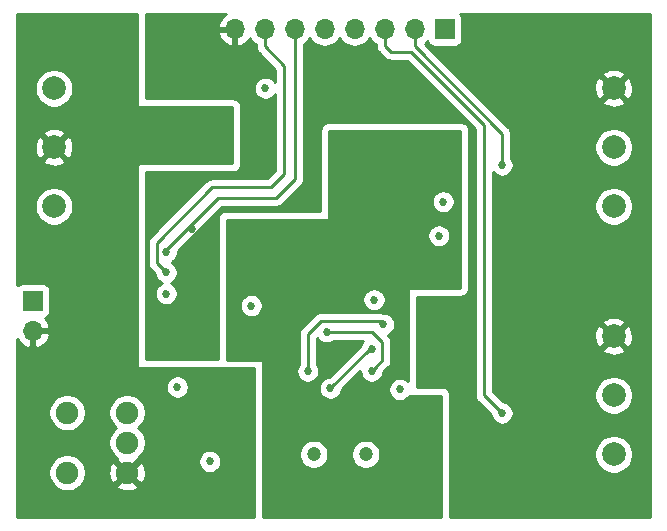
<source format=gbl>
G04 #@! TF.GenerationSoftware,KiCad,Pcbnew,5.1.4-e60b266~84~ubuntu18.04.1*
G04 #@! TF.CreationDate,2019-11-14T17:11:49-08:00*
G04 #@! TF.ProjectId,VehicleAccessoryControllerTestBoard,56656869-636c-4654-9163-636573736f72,0.0*
G04 #@! TF.SameCoordinates,PX7829b80PY4c4b400*
G04 #@! TF.FileFunction,Copper,L4,Bot*
G04 #@! TF.FilePolarity,Positive*
%FSLAX46Y46*%
G04 Gerber Fmt 4.6, Leading zero omitted, Abs format (unit mm)*
G04 Created by KiCad (PCBNEW 5.1.4-e60b266~84~ubuntu18.04.1) date 2019-11-14 17:11:49*
%MOMM*%
%LPD*%
G04 APERTURE LIST*
%ADD10O,1.700000X1.700000*%
%ADD11R,1.700000X1.700000*%
%ADD12C,2.000000*%
%ADD13C,1.900000*%
%ADD14C,1.200000*%
%ADD15C,0.685800*%
%ADD16C,0.250000*%
%ADD17C,0.254000*%
G04 APERTURE END LIST*
D10*
X17110000Y0D03*
X19650000Y0D03*
X22190000Y0D03*
X24730000Y0D03*
X27270000Y0D03*
X29810000Y0D03*
X32350000Y0D03*
D11*
X34890000Y0D03*
D12*
X1810000Y-10000000D03*
X1810000Y-5000000D03*
X1810000Y-15000000D03*
X49190000Y-5000000D03*
X49190000Y-15000000D03*
X49190000Y-10000000D03*
X49190000Y-31000000D03*
X49190000Y-36000000D03*
X49190000Y-26000000D03*
D13*
X8000000Y-32460000D03*
X8000000Y-35000000D03*
X8000000Y-37540000D03*
X2920000Y-32460000D03*
X2920000Y-37540000D03*
D14*
X23800000Y-36000000D03*
X28200000Y-36000000D03*
D11*
X0Y-23000000D03*
D10*
X0Y-25540000D03*
D15*
X15000000Y-36600000D03*
X12250000Y-30300000D03*
X15000000Y-33100000D03*
X13400000Y-35500000D03*
X16500000Y-35500000D03*
X17700000Y-30300000D03*
X18000000Y-39700000D03*
X12600000Y-9600000D03*
X15000000Y-26500000D03*
X13500000Y-16900000D03*
X19700000Y-12100000D03*
X14500000Y-4000000D03*
X41200000Y-11500000D03*
X41100000Y-32500000D03*
X34700000Y-25000000D03*
X34700000Y-27000000D03*
X19700000Y-5000000D03*
X11300000Y-22400000D03*
X23300000Y-28950000D03*
X29700000Y-25000000D03*
X28900000Y-22900000D03*
X34400000Y-17500000D03*
X34750000Y-14600000D03*
X18500000Y-23400000D03*
X31100000Y-30500000D03*
X24800000Y-23200000D03*
X27600000Y-31200000D03*
X34200000Y-36200000D03*
X17000000Y-26500000D03*
X18500000Y-16700000D03*
X26000000Y-20000000D03*
X34400000Y-20700000D03*
X28700000Y-28950000D03*
X24900000Y-25600000D03*
X25200000Y-30400000D03*
X28700000Y-27050000D03*
X39750000Y-11500000D03*
X39750000Y-32500000D03*
X11300000Y-18900000D03*
X11300000Y-20600000D03*
D16*
X29400000Y-24700000D02*
X29700000Y-25000000D01*
X24400000Y-24700000D02*
X29400000Y-24700000D01*
X23300000Y-28950000D02*
X23300000Y-25800000D01*
X23300000Y-25800000D02*
X24400000Y-24700000D01*
D17*
X29042899Y-28607101D02*
X28700000Y-28950000D01*
X29600000Y-28050000D02*
X29042899Y-28607101D01*
D16*
X29600000Y-26500000D02*
X29600000Y-28050000D01*
X24900000Y-25600000D02*
X28700000Y-25600000D01*
X28700000Y-25600000D02*
X29600000Y-26500000D01*
D17*
X28550000Y-27050000D02*
X28700000Y-27050000D01*
X25200000Y-30400000D02*
X28550000Y-27050000D01*
X32350000Y-1450000D02*
X32350000Y0D01*
X39750000Y-11500000D02*
X39750000Y-8850000D01*
X39750000Y-8850000D02*
X32350000Y-1450000D01*
X39700000Y-32500000D02*
X39750000Y-32500000D01*
X29810000Y-1410000D02*
X30300000Y-1900000D01*
X29810000Y0D02*
X29810000Y-1410000D01*
X30300000Y-1900000D02*
X32000000Y-1900000D01*
X32000000Y-1900000D02*
X38200000Y-8100000D01*
X38200000Y-8100000D02*
X38200000Y-31000000D01*
X38200000Y-31000000D02*
X39700000Y-32500000D01*
X11300000Y-18700000D02*
X11300000Y-18900000D01*
X20600000Y-14300000D02*
X15700000Y-14300000D01*
X22190000Y0D02*
X22190000Y-12710000D01*
X15700000Y-14300000D02*
X11300000Y-18700000D01*
X22190000Y-12710000D02*
X20600000Y-14300000D01*
X10500000Y-19800000D02*
X10957101Y-20257101D01*
X10957101Y-20257101D02*
X11300000Y-20600000D01*
X10500000Y-18100000D02*
X10500000Y-19800000D01*
X21300000Y-12300000D02*
X20200000Y-13400000D01*
X19650000Y-1450000D02*
X21300000Y-3100000D01*
X21300000Y-3100000D02*
X21300000Y-12300000D01*
X20200000Y-13400000D02*
X15200000Y-13400000D01*
X19650000Y0D02*
X19650000Y-1450000D01*
X15200000Y-13400000D02*
X10500000Y-18100000D01*
G36*
X16343080Y1271641D02*
G01*
X16109731Y1097588D01*
X15914822Y881355D01*
X15765843Y631252D01*
X15668519Y356891D01*
X15789186Y127000D01*
X16983000Y127000D01*
X16983000Y147000D01*
X17237000Y147000D01*
X17237000Y127000D01*
X17257000Y127000D01*
X17257000Y-127000D01*
X17237000Y-127000D01*
X17237000Y-1320155D01*
X17466890Y-1441476D01*
X17614099Y-1396825D01*
X17876920Y-1271641D01*
X18110269Y-1097588D01*
X18305178Y-881355D01*
X18374799Y-764477D01*
X18409294Y-829014D01*
X18594866Y-1055134D01*
X18820986Y-1240706D01*
X18888001Y-1276526D01*
X18888001Y-1412567D01*
X18884314Y-1450000D01*
X18899027Y-1599378D01*
X18942599Y-1743015D01*
X19013355Y-1875392D01*
X19051894Y-1922351D01*
X19108579Y-1991422D01*
X19137649Y-2015279D01*
X20538000Y-3415631D01*
X20538000Y-4493981D01*
X20459585Y-4376625D01*
X20323375Y-4240415D01*
X20163210Y-4133396D01*
X19985243Y-4059680D01*
X19796315Y-4022100D01*
X19603685Y-4022100D01*
X19414757Y-4059680D01*
X19236790Y-4133396D01*
X19076625Y-4240415D01*
X18940415Y-4376625D01*
X18833396Y-4536790D01*
X18759680Y-4714757D01*
X18722100Y-4903685D01*
X18722100Y-5096315D01*
X18759680Y-5285243D01*
X18833396Y-5463210D01*
X18940415Y-5623375D01*
X19076625Y-5759585D01*
X19236790Y-5866604D01*
X19414757Y-5940320D01*
X19603685Y-5977900D01*
X19796315Y-5977900D01*
X19985243Y-5940320D01*
X20163210Y-5866604D01*
X20323375Y-5759585D01*
X20459585Y-5623375D01*
X20538000Y-5506018D01*
X20538001Y-11984368D01*
X19884370Y-12638000D01*
X15237423Y-12638000D01*
X15200000Y-12634314D01*
X15162577Y-12638000D01*
X15162574Y-12638000D01*
X15050622Y-12649026D01*
X14906985Y-12692598D01*
X14845632Y-12725392D01*
X14774607Y-12763355D01*
X14691904Y-12831228D01*
X14658578Y-12858578D01*
X14634721Y-12887648D01*
X9987654Y-17534716D01*
X9958578Y-17558578D01*
X9902983Y-17626322D01*
X9863355Y-17674608D01*
X9825535Y-17745365D01*
X9792598Y-17806986D01*
X9749026Y-17950623D01*
X9740874Y-18033396D01*
X9734314Y-18100000D01*
X9738000Y-18137424D01*
X9738001Y-19762567D01*
X9734314Y-19800000D01*
X9749027Y-19949378D01*
X9792599Y-20093015D01*
X9863355Y-20225392D01*
X9912474Y-20285243D01*
X9958579Y-20341422D01*
X9987649Y-20365279D01*
X10322948Y-20700578D01*
X10359680Y-20885243D01*
X10433396Y-21063210D01*
X10540415Y-21223375D01*
X10676625Y-21359585D01*
X10836790Y-21466604D01*
X10917415Y-21500000D01*
X10836790Y-21533396D01*
X10676625Y-21640415D01*
X10540415Y-21776625D01*
X10433396Y-21936790D01*
X10359680Y-22114757D01*
X10322100Y-22303685D01*
X10322100Y-22496315D01*
X10359680Y-22685243D01*
X10433396Y-22863210D01*
X10540415Y-23023375D01*
X10676625Y-23159585D01*
X10836790Y-23266604D01*
X11014757Y-23340320D01*
X11203685Y-23377900D01*
X11396315Y-23377900D01*
X11585243Y-23340320D01*
X11763210Y-23266604D01*
X11923375Y-23159585D01*
X12059585Y-23023375D01*
X12166604Y-22863210D01*
X12240320Y-22685243D01*
X12277900Y-22496315D01*
X12277900Y-22303685D01*
X12240320Y-22114757D01*
X12166604Y-21936790D01*
X12059585Y-21776625D01*
X11923375Y-21640415D01*
X11763210Y-21533396D01*
X11682585Y-21500000D01*
X11763210Y-21466604D01*
X11923375Y-21359585D01*
X12059585Y-21223375D01*
X12166604Y-21063210D01*
X12240320Y-20885243D01*
X12277900Y-20696315D01*
X12277900Y-20503685D01*
X12240320Y-20314757D01*
X12166604Y-20136790D01*
X12059585Y-19976625D01*
X11923375Y-19840415D01*
X11788060Y-19750000D01*
X11923375Y-19659585D01*
X12059585Y-19523375D01*
X12166604Y-19363210D01*
X12240320Y-19185243D01*
X12277900Y-18996315D01*
X12277900Y-18803685D01*
X12277244Y-18800386D01*
X16015630Y-15062000D01*
X20562577Y-15062000D01*
X20600000Y-15065686D01*
X20637423Y-15062000D01*
X20637426Y-15062000D01*
X20749378Y-15050974D01*
X20893015Y-15007402D01*
X21025392Y-14936645D01*
X21141422Y-14841422D01*
X21165284Y-14812346D01*
X22702346Y-13275284D01*
X22731422Y-13251422D01*
X22791857Y-13177781D01*
X22826645Y-13135393D01*
X22897401Y-13003016D01*
X22897402Y-13003015D01*
X22940974Y-12859378D01*
X22952000Y-12747426D01*
X22952000Y-12747423D01*
X22955686Y-12710000D01*
X22952000Y-12672577D01*
X22952000Y-1276526D01*
X23019014Y-1240706D01*
X23245134Y-1055134D01*
X23430706Y-829014D01*
X23460000Y-774209D01*
X23489294Y-829014D01*
X23674866Y-1055134D01*
X23900986Y-1240706D01*
X24158966Y-1378599D01*
X24438889Y-1463513D01*
X24657050Y-1485000D01*
X24802950Y-1485000D01*
X25021111Y-1463513D01*
X25301034Y-1378599D01*
X25559014Y-1240706D01*
X25785134Y-1055134D01*
X25970706Y-829014D01*
X26000000Y-774209D01*
X26029294Y-829014D01*
X26214866Y-1055134D01*
X26440986Y-1240706D01*
X26698966Y-1378599D01*
X26978889Y-1463513D01*
X27197050Y-1485000D01*
X27342950Y-1485000D01*
X27561111Y-1463513D01*
X27841034Y-1378599D01*
X28099014Y-1240706D01*
X28325134Y-1055134D01*
X28510706Y-829014D01*
X28540000Y-774209D01*
X28569294Y-829014D01*
X28754866Y-1055134D01*
X28980986Y-1240706D01*
X29048001Y-1276526D01*
X29048001Y-1372567D01*
X29044314Y-1410000D01*
X29059027Y-1559378D01*
X29102599Y-1703015D01*
X29173355Y-1835392D01*
X29226378Y-1900000D01*
X29268579Y-1951422D01*
X29297650Y-1975280D01*
X29734712Y-2412341D01*
X29758578Y-2441422D01*
X29846110Y-2513257D01*
X29874607Y-2536645D01*
X29945364Y-2574465D01*
X30006985Y-2607402D01*
X30150622Y-2650974D01*
X30262574Y-2662000D01*
X30262577Y-2662000D01*
X30300000Y-2665686D01*
X30337423Y-2662000D01*
X31684370Y-2662000D01*
X37438000Y-8415631D01*
X37438001Y-30962567D01*
X37434314Y-31000000D01*
X37449027Y-31149378D01*
X37492599Y-31293015D01*
X37563355Y-31425392D01*
X37605637Y-31476912D01*
X37658579Y-31541422D01*
X37687649Y-31565279D01*
X38785363Y-32662994D01*
X38809680Y-32785243D01*
X38883396Y-32963210D01*
X38990415Y-33123375D01*
X39126625Y-33259585D01*
X39286790Y-33366604D01*
X39464757Y-33440320D01*
X39653685Y-33477900D01*
X39846315Y-33477900D01*
X40035243Y-33440320D01*
X40213210Y-33366604D01*
X40373375Y-33259585D01*
X40509585Y-33123375D01*
X40616604Y-32963210D01*
X40690320Y-32785243D01*
X40727900Y-32596315D01*
X40727900Y-32403685D01*
X40690320Y-32214757D01*
X40616604Y-32036790D01*
X40509585Y-31876625D01*
X40373375Y-31740415D01*
X40213210Y-31633396D01*
X40035243Y-31559680D01*
X39846315Y-31522100D01*
X39799731Y-31522100D01*
X39116598Y-30838967D01*
X47555000Y-30838967D01*
X47555000Y-31161033D01*
X47617832Y-31476912D01*
X47741082Y-31774463D01*
X47920013Y-32042252D01*
X48147748Y-32269987D01*
X48415537Y-32448918D01*
X48713088Y-32572168D01*
X49028967Y-32635000D01*
X49351033Y-32635000D01*
X49666912Y-32572168D01*
X49964463Y-32448918D01*
X50232252Y-32269987D01*
X50459987Y-32042252D01*
X50638918Y-31774463D01*
X50762168Y-31476912D01*
X50825000Y-31161033D01*
X50825000Y-30838967D01*
X50762168Y-30523088D01*
X50638918Y-30225537D01*
X50459987Y-29957748D01*
X50232252Y-29730013D01*
X49964463Y-29551082D01*
X49666912Y-29427832D01*
X49351033Y-29365000D01*
X49028967Y-29365000D01*
X48713088Y-29427832D01*
X48415537Y-29551082D01*
X48147748Y-29730013D01*
X47920013Y-29957748D01*
X47741082Y-30225537D01*
X47617832Y-30523088D01*
X47555000Y-30838967D01*
X39116598Y-30838967D01*
X38962000Y-30684370D01*
X38962000Y-27135413D01*
X48234192Y-27135413D01*
X48329956Y-27399814D01*
X48619571Y-27540704D01*
X48931108Y-27622384D01*
X49252595Y-27641718D01*
X49571675Y-27597961D01*
X49876088Y-27492795D01*
X50050044Y-27399814D01*
X50145808Y-27135413D01*
X49190000Y-26179605D01*
X48234192Y-27135413D01*
X38962000Y-27135413D01*
X38962000Y-26062595D01*
X47548282Y-26062595D01*
X47592039Y-26381675D01*
X47697205Y-26686088D01*
X47790186Y-26860044D01*
X48054587Y-26955808D01*
X49010395Y-26000000D01*
X49369605Y-26000000D01*
X50325413Y-26955808D01*
X50589814Y-26860044D01*
X50730704Y-26570429D01*
X50812384Y-26258892D01*
X50831718Y-25937405D01*
X50787961Y-25618325D01*
X50682795Y-25313912D01*
X50589814Y-25139956D01*
X50325413Y-25044192D01*
X49369605Y-26000000D01*
X49010395Y-26000000D01*
X48054587Y-25044192D01*
X47790186Y-25139956D01*
X47649296Y-25429571D01*
X47567616Y-25741108D01*
X47548282Y-26062595D01*
X38962000Y-26062595D01*
X38962000Y-24864587D01*
X48234192Y-24864587D01*
X49190000Y-25820395D01*
X50145808Y-24864587D01*
X50050044Y-24600186D01*
X49760429Y-24459296D01*
X49448892Y-24377616D01*
X49127405Y-24358282D01*
X48808325Y-24402039D01*
X48503912Y-24507205D01*
X48329956Y-24600186D01*
X48234192Y-24864587D01*
X38962000Y-24864587D01*
X38962000Y-14838967D01*
X47555000Y-14838967D01*
X47555000Y-15161033D01*
X47617832Y-15476912D01*
X47741082Y-15774463D01*
X47920013Y-16042252D01*
X48147748Y-16269987D01*
X48415537Y-16448918D01*
X48713088Y-16572168D01*
X49028967Y-16635000D01*
X49351033Y-16635000D01*
X49666912Y-16572168D01*
X49964463Y-16448918D01*
X50232252Y-16269987D01*
X50459987Y-16042252D01*
X50638918Y-15774463D01*
X50762168Y-15476912D01*
X50825000Y-15161033D01*
X50825000Y-14838967D01*
X50762168Y-14523088D01*
X50638918Y-14225537D01*
X50459987Y-13957748D01*
X50232252Y-13730013D01*
X49964463Y-13551082D01*
X49666912Y-13427832D01*
X49351033Y-13365000D01*
X49028967Y-13365000D01*
X48713088Y-13427832D01*
X48415537Y-13551082D01*
X48147748Y-13730013D01*
X47920013Y-13957748D01*
X47741082Y-14225537D01*
X47617832Y-14523088D01*
X47555000Y-14838967D01*
X38962000Y-14838967D01*
X38962000Y-12080849D01*
X38990415Y-12123375D01*
X39126625Y-12259585D01*
X39286790Y-12366604D01*
X39464757Y-12440320D01*
X39653685Y-12477900D01*
X39846315Y-12477900D01*
X40035243Y-12440320D01*
X40213210Y-12366604D01*
X40373375Y-12259585D01*
X40509585Y-12123375D01*
X40616604Y-11963210D01*
X40690320Y-11785243D01*
X40727900Y-11596315D01*
X40727900Y-11403685D01*
X40690320Y-11214757D01*
X40616604Y-11036790D01*
X40512000Y-10880239D01*
X40512000Y-9838967D01*
X47555000Y-9838967D01*
X47555000Y-10161033D01*
X47617832Y-10476912D01*
X47741082Y-10774463D01*
X47920013Y-11042252D01*
X48147748Y-11269987D01*
X48415537Y-11448918D01*
X48713088Y-11572168D01*
X49028967Y-11635000D01*
X49351033Y-11635000D01*
X49666912Y-11572168D01*
X49964463Y-11448918D01*
X50232252Y-11269987D01*
X50459987Y-11042252D01*
X50638918Y-10774463D01*
X50762168Y-10476912D01*
X50825000Y-10161033D01*
X50825000Y-9838967D01*
X50762168Y-9523088D01*
X50638918Y-9225537D01*
X50459987Y-8957748D01*
X50232252Y-8730013D01*
X49964463Y-8551082D01*
X49666912Y-8427832D01*
X49351033Y-8365000D01*
X49028967Y-8365000D01*
X48713088Y-8427832D01*
X48415537Y-8551082D01*
X48147748Y-8730013D01*
X47920013Y-8957748D01*
X47741082Y-9225537D01*
X47617832Y-9523088D01*
X47555000Y-9838967D01*
X40512000Y-9838967D01*
X40512000Y-8887422D01*
X40515686Y-8849999D01*
X40512000Y-8812574D01*
X40500974Y-8700622D01*
X40457402Y-8556985D01*
X40386645Y-8424608D01*
X40291422Y-8308578D01*
X40262352Y-8284721D01*
X38113044Y-6135413D01*
X48234192Y-6135413D01*
X48329956Y-6399814D01*
X48619571Y-6540704D01*
X48931108Y-6622384D01*
X49252595Y-6641718D01*
X49571675Y-6597961D01*
X49876088Y-6492795D01*
X50050044Y-6399814D01*
X50145808Y-6135413D01*
X49190000Y-5179605D01*
X48234192Y-6135413D01*
X38113044Y-6135413D01*
X37040226Y-5062595D01*
X47548282Y-5062595D01*
X47592039Y-5381675D01*
X47697205Y-5686088D01*
X47790186Y-5860044D01*
X48054587Y-5955808D01*
X49010395Y-5000000D01*
X49369605Y-5000000D01*
X50325413Y-5955808D01*
X50589814Y-5860044D01*
X50730704Y-5570429D01*
X50812384Y-5258892D01*
X50831718Y-4937405D01*
X50787961Y-4618325D01*
X50682795Y-4313912D01*
X50589814Y-4139956D01*
X50325413Y-4044192D01*
X49369605Y-5000000D01*
X49010395Y-5000000D01*
X48054587Y-4044192D01*
X47790186Y-4139956D01*
X47649296Y-4429571D01*
X47567616Y-4741108D01*
X47548282Y-5062595D01*
X37040226Y-5062595D01*
X35842218Y-3864587D01*
X48234192Y-3864587D01*
X49190000Y-4820395D01*
X50145808Y-3864587D01*
X50050044Y-3600186D01*
X49760429Y-3459296D01*
X49448892Y-3377616D01*
X49127405Y-3358282D01*
X48808325Y-3402039D01*
X48503912Y-3507205D01*
X48329956Y-3600186D01*
X48234192Y-3864587D01*
X35842218Y-3864587D01*
X33200611Y-1222981D01*
X33405134Y-1055134D01*
X33429607Y-1025313D01*
X33450498Y-1094180D01*
X33509463Y-1204494D01*
X33588815Y-1301185D01*
X33685506Y-1380537D01*
X33795820Y-1439502D01*
X33915518Y-1475812D01*
X34040000Y-1488072D01*
X35740000Y-1488072D01*
X35864482Y-1475812D01*
X35984180Y-1439502D01*
X36094494Y-1380537D01*
X36191185Y-1301185D01*
X36270537Y-1204494D01*
X36329502Y-1094180D01*
X36365812Y-974482D01*
X36378072Y-850000D01*
X36378072Y850000D01*
X36365812Y974482D01*
X36329502Y1094180D01*
X36270537Y1204494D01*
X36200364Y1290000D01*
X52290000Y1290000D01*
X52290001Y-41290000D01*
X35335000Y-41290000D01*
X35335000Y-35838967D01*
X47555000Y-35838967D01*
X47555000Y-36161033D01*
X47617832Y-36476912D01*
X47741082Y-36774463D01*
X47920013Y-37042252D01*
X48147748Y-37269987D01*
X48415537Y-37448918D01*
X48713088Y-37572168D01*
X49028967Y-37635000D01*
X49351033Y-37635000D01*
X49666912Y-37572168D01*
X49964463Y-37448918D01*
X50232252Y-37269987D01*
X50459987Y-37042252D01*
X50638918Y-36774463D01*
X50762168Y-36476912D01*
X50825000Y-36161033D01*
X50825000Y-35838967D01*
X50762168Y-35523088D01*
X50638918Y-35225537D01*
X50459987Y-34957748D01*
X50232252Y-34730013D01*
X49964463Y-34551082D01*
X49666912Y-34427832D01*
X49351033Y-34365000D01*
X49028967Y-34365000D01*
X48713088Y-34427832D01*
X48415537Y-34551082D01*
X48147748Y-34730013D01*
X47920013Y-34957748D01*
X47741082Y-35225537D01*
X47617832Y-35523088D01*
X47555000Y-35838967D01*
X35335000Y-35838967D01*
X35335000Y-30900000D01*
X35322799Y-30776118D01*
X35286664Y-30656996D01*
X35227983Y-30547213D01*
X35149013Y-30450987D01*
X35052787Y-30372017D01*
X34943004Y-30313336D01*
X34823882Y-30277201D01*
X34700000Y-30265000D01*
X32535000Y-30265000D01*
X32535000Y-22635000D01*
X36300000Y-22635000D01*
X36423882Y-22622799D01*
X36543004Y-22586664D01*
X36652787Y-22527983D01*
X36749013Y-22449013D01*
X36827983Y-22352787D01*
X36886664Y-22243004D01*
X36922799Y-22123882D01*
X36935000Y-22000000D01*
X36935000Y-8500000D01*
X36922799Y-8376118D01*
X36886664Y-8256996D01*
X36827983Y-8147213D01*
X36749013Y-8050987D01*
X36652787Y-7972017D01*
X36543004Y-7913336D01*
X36423882Y-7877201D01*
X36300000Y-7865000D01*
X25000000Y-7865000D01*
X24876118Y-7877201D01*
X24756996Y-7913336D01*
X24647213Y-7972017D01*
X24550987Y-8050987D01*
X24472017Y-8147213D01*
X24413336Y-8256996D01*
X24377201Y-8376118D01*
X24365000Y-8500000D01*
X24365000Y-15365000D01*
X16300000Y-15365000D01*
X16176118Y-15377201D01*
X16056996Y-15413336D01*
X15947213Y-15472017D01*
X15850987Y-15550987D01*
X15772017Y-15647213D01*
X15713336Y-15756996D01*
X15677201Y-15876118D01*
X15665000Y-16000000D01*
X15665000Y-27965000D01*
X9635000Y-27965000D01*
X9635000Y-12135000D01*
X17000000Y-12135000D01*
X17123882Y-12122799D01*
X17243004Y-12086664D01*
X17352787Y-12027983D01*
X17449013Y-11949013D01*
X17527983Y-11852787D01*
X17586664Y-11743004D01*
X17622799Y-11623882D01*
X17635000Y-11500000D01*
X17635000Y-6500000D01*
X17622799Y-6376118D01*
X17586664Y-6256996D01*
X17527983Y-6147213D01*
X17449013Y-6050987D01*
X17352787Y-5972017D01*
X17243004Y-5913336D01*
X17123882Y-5877201D01*
X17000000Y-5865000D01*
X9635000Y-5865000D01*
X9635000Y-356891D01*
X15668519Y-356891D01*
X15765843Y-631252D01*
X15914822Y-881355D01*
X16109731Y-1097588D01*
X16343080Y-1271641D01*
X16605901Y-1396825D01*
X16753110Y-1441476D01*
X16983000Y-1320155D01*
X16983000Y-127000D01*
X15789186Y-127000D01*
X15668519Y-356891D01*
X9635000Y-356891D01*
X9635000Y1290000D01*
X16381624Y1290000D01*
X16343080Y1271641D01*
X16343080Y1271641D01*
G37*
X16343080Y1271641D02*
X16109731Y1097588D01*
X15914822Y881355D01*
X15765843Y631252D01*
X15668519Y356891D01*
X15789186Y127000D01*
X16983000Y127000D01*
X16983000Y147000D01*
X17237000Y147000D01*
X17237000Y127000D01*
X17257000Y127000D01*
X17257000Y-127000D01*
X17237000Y-127000D01*
X17237000Y-1320155D01*
X17466890Y-1441476D01*
X17614099Y-1396825D01*
X17876920Y-1271641D01*
X18110269Y-1097588D01*
X18305178Y-881355D01*
X18374799Y-764477D01*
X18409294Y-829014D01*
X18594866Y-1055134D01*
X18820986Y-1240706D01*
X18888001Y-1276526D01*
X18888001Y-1412567D01*
X18884314Y-1450000D01*
X18899027Y-1599378D01*
X18942599Y-1743015D01*
X19013355Y-1875392D01*
X19051894Y-1922351D01*
X19108579Y-1991422D01*
X19137649Y-2015279D01*
X20538000Y-3415631D01*
X20538000Y-4493981D01*
X20459585Y-4376625D01*
X20323375Y-4240415D01*
X20163210Y-4133396D01*
X19985243Y-4059680D01*
X19796315Y-4022100D01*
X19603685Y-4022100D01*
X19414757Y-4059680D01*
X19236790Y-4133396D01*
X19076625Y-4240415D01*
X18940415Y-4376625D01*
X18833396Y-4536790D01*
X18759680Y-4714757D01*
X18722100Y-4903685D01*
X18722100Y-5096315D01*
X18759680Y-5285243D01*
X18833396Y-5463210D01*
X18940415Y-5623375D01*
X19076625Y-5759585D01*
X19236790Y-5866604D01*
X19414757Y-5940320D01*
X19603685Y-5977900D01*
X19796315Y-5977900D01*
X19985243Y-5940320D01*
X20163210Y-5866604D01*
X20323375Y-5759585D01*
X20459585Y-5623375D01*
X20538000Y-5506018D01*
X20538001Y-11984368D01*
X19884370Y-12638000D01*
X15237423Y-12638000D01*
X15200000Y-12634314D01*
X15162577Y-12638000D01*
X15162574Y-12638000D01*
X15050622Y-12649026D01*
X14906985Y-12692598D01*
X14845632Y-12725392D01*
X14774607Y-12763355D01*
X14691904Y-12831228D01*
X14658578Y-12858578D01*
X14634721Y-12887648D01*
X9987654Y-17534716D01*
X9958578Y-17558578D01*
X9902983Y-17626322D01*
X9863355Y-17674608D01*
X9825535Y-17745365D01*
X9792598Y-17806986D01*
X9749026Y-17950623D01*
X9740874Y-18033396D01*
X9734314Y-18100000D01*
X9738000Y-18137424D01*
X9738001Y-19762567D01*
X9734314Y-19800000D01*
X9749027Y-19949378D01*
X9792599Y-20093015D01*
X9863355Y-20225392D01*
X9912474Y-20285243D01*
X9958579Y-20341422D01*
X9987649Y-20365279D01*
X10322948Y-20700578D01*
X10359680Y-20885243D01*
X10433396Y-21063210D01*
X10540415Y-21223375D01*
X10676625Y-21359585D01*
X10836790Y-21466604D01*
X10917415Y-21500000D01*
X10836790Y-21533396D01*
X10676625Y-21640415D01*
X10540415Y-21776625D01*
X10433396Y-21936790D01*
X10359680Y-22114757D01*
X10322100Y-22303685D01*
X10322100Y-22496315D01*
X10359680Y-22685243D01*
X10433396Y-22863210D01*
X10540415Y-23023375D01*
X10676625Y-23159585D01*
X10836790Y-23266604D01*
X11014757Y-23340320D01*
X11203685Y-23377900D01*
X11396315Y-23377900D01*
X11585243Y-23340320D01*
X11763210Y-23266604D01*
X11923375Y-23159585D01*
X12059585Y-23023375D01*
X12166604Y-22863210D01*
X12240320Y-22685243D01*
X12277900Y-22496315D01*
X12277900Y-22303685D01*
X12240320Y-22114757D01*
X12166604Y-21936790D01*
X12059585Y-21776625D01*
X11923375Y-21640415D01*
X11763210Y-21533396D01*
X11682585Y-21500000D01*
X11763210Y-21466604D01*
X11923375Y-21359585D01*
X12059585Y-21223375D01*
X12166604Y-21063210D01*
X12240320Y-20885243D01*
X12277900Y-20696315D01*
X12277900Y-20503685D01*
X12240320Y-20314757D01*
X12166604Y-20136790D01*
X12059585Y-19976625D01*
X11923375Y-19840415D01*
X11788060Y-19750000D01*
X11923375Y-19659585D01*
X12059585Y-19523375D01*
X12166604Y-19363210D01*
X12240320Y-19185243D01*
X12277900Y-18996315D01*
X12277900Y-18803685D01*
X12277244Y-18800386D01*
X16015630Y-15062000D01*
X20562577Y-15062000D01*
X20600000Y-15065686D01*
X20637423Y-15062000D01*
X20637426Y-15062000D01*
X20749378Y-15050974D01*
X20893015Y-15007402D01*
X21025392Y-14936645D01*
X21141422Y-14841422D01*
X21165284Y-14812346D01*
X22702346Y-13275284D01*
X22731422Y-13251422D01*
X22791857Y-13177781D01*
X22826645Y-13135393D01*
X22897401Y-13003016D01*
X22897402Y-13003015D01*
X22940974Y-12859378D01*
X22952000Y-12747426D01*
X22952000Y-12747423D01*
X22955686Y-12710000D01*
X22952000Y-12672577D01*
X22952000Y-1276526D01*
X23019014Y-1240706D01*
X23245134Y-1055134D01*
X23430706Y-829014D01*
X23460000Y-774209D01*
X23489294Y-829014D01*
X23674866Y-1055134D01*
X23900986Y-1240706D01*
X24158966Y-1378599D01*
X24438889Y-1463513D01*
X24657050Y-1485000D01*
X24802950Y-1485000D01*
X25021111Y-1463513D01*
X25301034Y-1378599D01*
X25559014Y-1240706D01*
X25785134Y-1055134D01*
X25970706Y-829014D01*
X26000000Y-774209D01*
X26029294Y-829014D01*
X26214866Y-1055134D01*
X26440986Y-1240706D01*
X26698966Y-1378599D01*
X26978889Y-1463513D01*
X27197050Y-1485000D01*
X27342950Y-1485000D01*
X27561111Y-1463513D01*
X27841034Y-1378599D01*
X28099014Y-1240706D01*
X28325134Y-1055134D01*
X28510706Y-829014D01*
X28540000Y-774209D01*
X28569294Y-829014D01*
X28754866Y-1055134D01*
X28980986Y-1240706D01*
X29048001Y-1276526D01*
X29048001Y-1372567D01*
X29044314Y-1410000D01*
X29059027Y-1559378D01*
X29102599Y-1703015D01*
X29173355Y-1835392D01*
X29226378Y-1900000D01*
X29268579Y-1951422D01*
X29297650Y-1975280D01*
X29734712Y-2412341D01*
X29758578Y-2441422D01*
X29846110Y-2513257D01*
X29874607Y-2536645D01*
X29945364Y-2574465D01*
X30006985Y-2607402D01*
X30150622Y-2650974D01*
X30262574Y-2662000D01*
X30262577Y-2662000D01*
X30300000Y-2665686D01*
X30337423Y-2662000D01*
X31684370Y-2662000D01*
X37438000Y-8415631D01*
X37438001Y-30962567D01*
X37434314Y-31000000D01*
X37449027Y-31149378D01*
X37492599Y-31293015D01*
X37563355Y-31425392D01*
X37605637Y-31476912D01*
X37658579Y-31541422D01*
X37687649Y-31565279D01*
X38785363Y-32662994D01*
X38809680Y-32785243D01*
X38883396Y-32963210D01*
X38990415Y-33123375D01*
X39126625Y-33259585D01*
X39286790Y-33366604D01*
X39464757Y-33440320D01*
X39653685Y-33477900D01*
X39846315Y-33477900D01*
X40035243Y-33440320D01*
X40213210Y-33366604D01*
X40373375Y-33259585D01*
X40509585Y-33123375D01*
X40616604Y-32963210D01*
X40690320Y-32785243D01*
X40727900Y-32596315D01*
X40727900Y-32403685D01*
X40690320Y-32214757D01*
X40616604Y-32036790D01*
X40509585Y-31876625D01*
X40373375Y-31740415D01*
X40213210Y-31633396D01*
X40035243Y-31559680D01*
X39846315Y-31522100D01*
X39799731Y-31522100D01*
X39116598Y-30838967D01*
X47555000Y-30838967D01*
X47555000Y-31161033D01*
X47617832Y-31476912D01*
X47741082Y-31774463D01*
X47920013Y-32042252D01*
X48147748Y-32269987D01*
X48415537Y-32448918D01*
X48713088Y-32572168D01*
X49028967Y-32635000D01*
X49351033Y-32635000D01*
X49666912Y-32572168D01*
X49964463Y-32448918D01*
X50232252Y-32269987D01*
X50459987Y-32042252D01*
X50638918Y-31774463D01*
X50762168Y-31476912D01*
X50825000Y-31161033D01*
X50825000Y-30838967D01*
X50762168Y-30523088D01*
X50638918Y-30225537D01*
X50459987Y-29957748D01*
X50232252Y-29730013D01*
X49964463Y-29551082D01*
X49666912Y-29427832D01*
X49351033Y-29365000D01*
X49028967Y-29365000D01*
X48713088Y-29427832D01*
X48415537Y-29551082D01*
X48147748Y-29730013D01*
X47920013Y-29957748D01*
X47741082Y-30225537D01*
X47617832Y-30523088D01*
X47555000Y-30838967D01*
X39116598Y-30838967D01*
X38962000Y-30684370D01*
X38962000Y-27135413D01*
X48234192Y-27135413D01*
X48329956Y-27399814D01*
X48619571Y-27540704D01*
X48931108Y-27622384D01*
X49252595Y-27641718D01*
X49571675Y-27597961D01*
X49876088Y-27492795D01*
X50050044Y-27399814D01*
X50145808Y-27135413D01*
X49190000Y-26179605D01*
X48234192Y-27135413D01*
X38962000Y-27135413D01*
X38962000Y-26062595D01*
X47548282Y-26062595D01*
X47592039Y-26381675D01*
X47697205Y-26686088D01*
X47790186Y-26860044D01*
X48054587Y-26955808D01*
X49010395Y-26000000D01*
X49369605Y-26000000D01*
X50325413Y-26955808D01*
X50589814Y-26860044D01*
X50730704Y-26570429D01*
X50812384Y-26258892D01*
X50831718Y-25937405D01*
X50787961Y-25618325D01*
X50682795Y-25313912D01*
X50589814Y-25139956D01*
X50325413Y-25044192D01*
X49369605Y-26000000D01*
X49010395Y-26000000D01*
X48054587Y-25044192D01*
X47790186Y-25139956D01*
X47649296Y-25429571D01*
X47567616Y-25741108D01*
X47548282Y-26062595D01*
X38962000Y-26062595D01*
X38962000Y-24864587D01*
X48234192Y-24864587D01*
X49190000Y-25820395D01*
X50145808Y-24864587D01*
X50050044Y-24600186D01*
X49760429Y-24459296D01*
X49448892Y-24377616D01*
X49127405Y-24358282D01*
X48808325Y-24402039D01*
X48503912Y-24507205D01*
X48329956Y-24600186D01*
X48234192Y-24864587D01*
X38962000Y-24864587D01*
X38962000Y-14838967D01*
X47555000Y-14838967D01*
X47555000Y-15161033D01*
X47617832Y-15476912D01*
X47741082Y-15774463D01*
X47920013Y-16042252D01*
X48147748Y-16269987D01*
X48415537Y-16448918D01*
X48713088Y-16572168D01*
X49028967Y-16635000D01*
X49351033Y-16635000D01*
X49666912Y-16572168D01*
X49964463Y-16448918D01*
X50232252Y-16269987D01*
X50459987Y-16042252D01*
X50638918Y-15774463D01*
X50762168Y-15476912D01*
X50825000Y-15161033D01*
X50825000Y-14838967D01*
X50762168Y-14523088D01*
X50638918Y-14225537D01*
X50459987Y-13957748D01*
X50232252Y-13730013D01*
X49964463Y-13551082D01*
X49666912Y-13427832D01*
X49351033Y-13365000D01*
X49028967Y-13365000D01*
X48713088Y-13427832D01*
X48415537Y-13551082D01*
X48147748Y-13730013D01*
X47920013Y-13957748D01*
X47741082Y-14225537D01*
X47617832Y-14523088D01*
X47555000Y-14838967D01*
X38962000Y-14838967D01*
X38962000Y-12080849D01*
X38990415Y-12123375D01*
X39126625Y-12259585D01*
X39286790Y-12366604D01*
X39464757Y-12440320D01*
X39653685Y-12477900D01*
X39846315Y-12477900D01*
X40035243Y-12440320D01*
X40213210Y-12366604D01*
X40373375Y-12259585D01*
X40509585Y-12123375D01*
X40616604Y-11963210D01*
X40690320Y-11785243D01*
X40727900Y-11596315D01*
X40727900Y-11403685D01*
X40690320Y-11214757D01*
X40616604Y-11036790D01*
X40512000Y-10880239D01*
X40512000Y-9838967D01*
X47555000Y-9838967D01*
X47555000Y-10161033D01*
X47617832Y-10476912D01*
X47741082Y-10774463D01*
X47920013Y-11042252D01*
X48147748Y-11269987D01*
X48415537Y-11448918D01*
X48713088Y-11572168D01*
X49028967Y-11635000D01*
X49351033Y-11635000D01*
X49666912Y-11572168D01*
X49964463Y-11448918D01*
X50232252Y-11269987D01*
X50459987Y-11042252D01*
X50638918Y-10774463D01*
X50762168Y-10476912D01*
X50825000Y-10161033D01*
X50825000Y-9838967D01*
X50762168Y-9523088D01*
X50638918Y-9225537D01*
X50459987Y-8957748D01*
X50232252Y-8730013D01*
X49964463Y-8551082D01*
X49666912Y-8427832D01*
X49351033Y-8365000D01*
X49028967Y-8365000D01*
X48713088Y-8427832D01*
X48415537Y-8551082D01*
X48147748Y-8730013D01*
X47920013Y-8957748D01*
X47741082Y-9225537D01*
X47617832Y-9523088D01*
X47555000Y-9838967D01*
X40512000Y-9838967D01*
X40512000Y-8887422D01*
X40515686Y-8849999D01*
X40512000Y-8812574D01*
X40500974Y-8700622D01*
X40457402Y-8556985D01*
X40386645Y-8424608D01*
X40291422Y-8308578D01*
X40262352Y-8284721D01*
X38113044Y-6135413D01*
X48234192Y-6135413D01*
X48329956Y-6399814D01*
X48619571Y-6540704D01*
X48931108Y-6622384D01*
X49252595Y-6641718D01*
X49571675Y-6597961D01*
X49876088Y-6492795D01*
X50050044Y-6399814D01*
X50145808Y-6135413D01*
X49190000Y-5179605D01*
X48234192Y-6135413D01*
X38113044Y-6135413D01*
X37040226Y-5062595D01*
X47548282Y-5062595D01*
X47592039Y-5381675D01*
X47697205Y-5686088D01*
X47790186Y-5860044D01*
X48054587Y-5955808D01*
X49010395Y-5000000D01*
X49369605Y-5000000D01*
X50325413Y-5955808D01*
X50589814Y-5860044D01*
X50730704Y-5570429D01*
X50812384Y-5258892D01*
X50831718Y-4937405D01*
X50787961Y-4618325D01*
X50682795Y-4313912D01*
X50589814Y-4139956D01*
X50325413Y-4044192D01*
X49369605Y-5000000D01*
X49010395Y-5000000D01*
X48054587Y-4044192D01*
X47790186Y-4139956D01*
X47649296Y-4429571D01*
X47567616Y-4741108D01*
X47548282Y-5062595D01*
X37040226Y-5062595D01*
X35842218Y-3864587D01*
X48234192Y-3864587D01*
X49190000Y-4820395D01*
X50145808Y-3864587D01*
X50050044Y-3600186D01*
X49760429Y-3459296D01*
X49448892Y-3377616D01*
X49127405Y-3358282D01*
X48808325Y-3402039D01*
X48503912Y-3507205D01*
X48329956Y-3600186D01*
X48234192Y-3864587D01*
X35842218Y-3864587D01*
X33200611Y-1222981D01*
X33405134Y-1055134D01*
X33429607Y-1025313D01*
X33450498Y-1094180D01*
X33509463Y-1204494D01*
X33588815Y-1301185D01*
X33685506Y-1380537D01*
X33795820Y-1439502D01*
X33915518Y-1475812D01*
X34040000Y-1488072D01*
X35740000Y-1488072D01*
X35864482Y-1475812D01*
X35984180Y-1439502D01*
X36094494Y-1380537D01*
X36191185Y-1301185D01*
X36270537Y-1204494D01*
X36329502Y-1094180D01*
X36365812Y-974482D01*
X36378072Y-850000D01*
X36378072Y850000D01*
X36365812Y974482D01*
X36329502Y1094180D01*
X36270537Y1204494D01*
X36200364Y1290000D01*
X52290000Y1290000D01*
X52290001Y-41290000D01*
X35335000Y-41290000D01*
X35335000Y-35838967D01*
X47555000Y-35838967D01*
X47555000Y-36161033D01*
X47617832Y-36476912D01*
X47741082Y-36774463D01*
X47920013Y-37042252D01*
X48147748Y-37269987D01*
X48415537Y-37448918D01*
X48713088Y-37572168D01*
X49028967Y-37635000D01*
X49351033Y-37635000D01*
X49666912Y-37572168D01*
X49964463Y-37448918D01*
X50232252Y-37269987D01*
X50459987Y-37042252D01*
X50638918Y-36774463D01*
X50762168Y-36476912D01*
X50825000Y-36161033D01*
X50825000Y-35838967D01*
X50762168Y-35523088D01*
X50638918Y-35225537D01*
X50459987Y-34957748D01*
X50232252Y-34730013D01*
X49964463Y-34551082D01*
X49666912Y-34427832D01*
X49351033Y-34365000D01*
X49028967Y-34365000D01*
X48713088Y-34427832D01*
X48415537Y-34551082D01*
X48147748Y-34730013D01*
X47920013Y-34957748D01*
X47741082Y-35225537D01*
X47617832Y-35523088D01*
X47555000Y-35838967D01*
X35335000Y-35838967D01*
X35335000Y-30900000D01*
X35322799Y-30776118D01*
X35286664Y-30656996D01*
X35227983Y-30547213D01*
X35149013Y-30450987D01*
X35052787Y-30372017D01*
X34943004Y-30313336D01*
X34823882Y-30277201D01*
X34700000Y-30265000D01*
X32535000Y-30265000D01*
X32535000Y-22635000D01*
X36300000Y-22635000D01*
X36423882Y-22622799D01*
X36543004Y-22586664D01*
X36652787Y-22527983D01*
X36749013Y-22449013D01*
X36827983Y-22352787D01*
X36886664Y-22243004D01*
X36922799Y-22123882D01*
X36935000Y-22000000D01*
X36935000Y-8500000D01*
X36922799Y-8376118D01*
X36886664Y-8256996D01*
X36827983Y-8147213D01*
X36749013Y-8050987D01*
X36652787Y-7972017D01*
X36543004Y-7913336D01*
X36423882Y-7877201D01*
X36300000Y-7865000D01*
X25000000Y-7865000D01*
X24876118Y-7877201D01*
X24756996Y-7913336D01*
X24647213Y-7972017D01*
X24550987Y-8050987D01*
X24472017Y-8147213D01*
X24413336Y-8256996D01*
X24377201Y-8376118D01*
X24365000Y-8500000D01*
X24365000Y-15365000D01*
X16300000Y-15365000D01*
X16176118Y-15377201D01*
X16056996Y-15413336D01*
X15947213Y-15472017D01*
X15850987Y-15550987D01*
X15772017Y-15647213D01*
X15713336Y-15756996D01*
X15677201Y-15876118D01*
X15665000Y-16000000D01*
X15665000Y-27965000D01*
X9635000Y-27965000D01*
X9635000Y-12135000D01*
X17000000Y-12135000D01*
X17123882Y-12122799D01*
X17243004Y-12086664D01*
X17352787Y-12027983D01*
X17449013Y-11949013D01*
X17527983Y-11852787D01*
X17586664Y-11743004D01*
X17622799Y-11623882D01*
X17635000Y-11500000D01*
X17635000Y-6500000D01*
X17622799Y-6376118D01*
X17586664Y-6256996D01*
X17527983Y-6147213D01*
X17449013Y-6050987D01*
X17352787Y-5972017D01*
X17243004Y-5913336D01*
X17123882Y-5877201D01*
X17000000Y-5865000D01*
X9635000Y-5865000D01*
X9635000Y-356891D01*
X15668519Y-356891D01*
X15765843Y-631252D01*
X15914822Y-881355D01*
X16109731Y-1097588D01*
X16343080Y-1271641D01*
X16605901Y-1396825D01*
X16753110Y-1441476D01*
X16983000Y-1320155D01*
X16983000Y-127000D01*
X15789186Y-127000D01*
X15668519Y-356891D01*
X9635000Y-356891D01*
X9635000Y1290000D01*
X16381624Y1290000D01*
X16343080Y1271641D01*
G36*
X8873000Y-6500000D02*
G01*
X8875440Y-6524776D01*
X8882667Y-6548601D01*
X8894403Y-6570557D01*
X8910197Y-6589803D01*
X8929443Y-6605597D01*
X8951399Y-6617333D01*
X8975224Y-6624560D01*
X9000000Y-6627000D01*
X16873000Y-6627000D01*
X16873000Y-11373000D01*
X9000000Y-11373000D01*
X8975224Y-11375440D01*
X8951399Y-11382667D01*
X8929443Y-11394403D01*
X8910197Y-11410197D01*
X8894403Y-11429443D01*
X8882667Y-11451399D01*
X8875440Y-11475224D01*
X8873000Y-11500000D01*
X8873000Y-28600000D01*
X8875440Y-28624776D01*
X8882667Y-28648601D01*
X8894403Y-28670557D01*
X8910197Y-28689803D01*
X8929443Y-28705597D01*
X8951399Y-28717333D01*
X8975224Y-28724560D01*
X9000000Y-28727000D01*
X18773000Y-28727000D01*
X18773000Y-41290000D01*
X-1290000Y-41290000D01*
X-1290000Y-37383891D01*
X1335000Y-37383891D01*
X1335000Y-37696109D01*
X1395911Y-38002327D01*
X1515391Y-38290779D01*
X1688850Y-38550379D01*
X1909621Y-38771150D01*
X2169221Y-38944609D01*
X2457673Y-39064089D01*
X2763891Y-39125000D01*
X3076109Y-39125000D01*
X3382327Y-39064089D01*
X3670779Y-38944609D01*
X3930379Y-38771150D01*
X4061777Y-38639752D01*
X7079853Y-38639752D01*
X7169579Y-38899042D01*
X7450671Y-39034935D01*
X7752873Y-39113379D01*
X8064573Y-39131359D01*
X8373791Y-39088184D01*
X8668644Y-38985513D01*
X8830421Y-38899042D01*
X8920147Y-38639752D01*
X8000000Y-37719605D01*
X7079853Y-38639752D01*
X4061777Y-38639752D01*
X4151150Y-38550379D01*
X4324609Y-38290779D01*
X4444089Y-38002327D01*
X4505000Y-37696109D01*
X4505000Y-37604573D01*
X6408641Y-37604573D01*
X6451816Y-37913791D01*
X6554487Y-38208644D01*
X6640958Y-38370421D01*
X6900248Y-38460147D01*
X7820395Y-37540000D01*
X8179605Y-37540000D01*
X9099752Y-38460147D01*
X9359042Y-38370421D01*
X9494935Y-38089329D01*
X9573379Y-37787127D01*
X9591359Y-37475427D01*
X9548184Y-37166209D01*
X9445513Y-36871356D01*
X9359042Y-36709579D01*
X9099752Y-36619853D01*
X8179605Y-37540000D01*
X7820395Y-37540000D01*
X6900248Y-36619853D01*
X6640958Y-36709579D01*
X6505065Y-36990671D01*
X6426621Y-37292873D01*
X6408641Y-37604573D01*
X4505000Y-37604573D01*
X4505000Y-37383891D01*
X4444089Y-37077673D01*
X4324609Y-36789221D01*
X4151150Y-36529621D01*
X3930379Y-36308850D01*
X3670779Y-36135391D01*
X3382327Y-36015911D01*
X3076109Y-35955000D01*
X2763891Y-35955000D01*
X2457673Y-36015911D01*
X2169221Y-36135391D01*
X1909621Y-36308850D01*
X1688850Y-36529621D01*
X1515391Y-36789221D01*
X1395911Y-37077673D01*
X1335000Y-37383891D01*
X-1290000Y-37383891D01*
X-1290000Y-32303891D01*
X1335000Y-32303891D01*
X1335000Y-32616109D01*
X1395911Y-32922327D01*
X1515391Y-33210779D01*
X1688850Y-33470379D01*
X1909621Y-33691150D01*
X2169221Y-33864609D01*
X2457673Y-33984089D01*
X2763891Y-34045000D01*
X3076109Y-34045000D01*
X3382327Y-33984089D01*
X3670779Y-33864609D01*
X3930379Y-33691150D01*
X4151150Y-33470379D01*
X4324609Y-33210779D01*
X4444089Y-32922327D01*
X4505000Y-32616109D01*
X4505000Y-32303891D01*
X6415000Y-32303891D01*
X6415000Y-32616109D01*
X6475911Y-32922327D01*
X6595391Y-33210779D01*
X6768850Y-33470379D01*
X6989621Y-33691150D01*
X7047764Y-33730000D01*
X6989621Y-33768850D01*
X6768850Y-33989621D01*
X6595391Y-34249221D01*
X6475911Y-34537673D01*
X6415000Y-34843891D01*
X6415000Y-35156109D01*
X6475911Y-35462327D01*
X6595391Y-35750779D01*
X6768850Y-36010379D01*
X6989621Y-36231150D01*
X7121676Y-36319387D01*
X7079853Y-36440248D01*
X8000000Y-37360395D01*
X8856710Y-36503685D01*
X14022100Y-36503685D01*
X14022100Y-36696315D01*
X14059680Y-36885243D01*
X14133396Y-37063210D01*
X14240415Y-37223375D01*
X14376625Y-37359585D01*
X14536790Y-37466604D01*
X14714757Y-37540320D01*
X14903685Y-37577900D01*
X15096315Y-37577900D01*
X15285243Y-37540320D01*
X15463210Y-37466604D01*
X15623375Y-37359585D01*
X15759585Y-37223375D01*
X15866604Y-37063210D01*
X15940320Y-36885243D01*
X15977900Y-36696315D01*
X15977900Y-36503685D01*
X15940320Y-36314757D01*
X15866604Y-36136790D01*
X15759585Y-35976625D01*
X15623375Y-35840415D01*
X15463210Y-35733396D01*
X15285243Y-35659680D01*
X15096315Y-35622100D01*
X14903685Y-35622100D01*
X14714757Y-35659680D01*
X14536790Y-35733396D01*
X14376625Y-35840415D01*
X14240415Y-35976625D01*
X14133396Y-36136790D01*
X14059680Y-36314757D01*
X14022100Y-36503685D01*
X8856710Y-36503685D01*
X8920147Y-36440248D01*
X8878324Y-36319387D01*
X9010379Y-36231150D01*
X9231150Y-36010379D01*
X9404609Y-35750779D01*
X9524089Y-35462327D01*
X9585000Y-35156109D01*
X9585000Y-34843891D01*
X9524089Y-34537673D01*
X9404609Y-34249221D01*
X9231150Y-33989621D01*
X9010379Y-33768850D01*
X8952236Y-33730000D01*
X9010379Y-33691150D01*
X9231150Y-33470379D01*
X9404609Y-33210779D01*
X9524089Y-32922327D01*
X9585000Y-32616109D01*
X9585000Y-32303891D01*
X9524089Y-31997673D01*
X9404609Y-31709221D01*
X9231150Y-31449621D01*
X9010379Y-31228850D01*
X8750779Y-31055391D01*
X8462327Y-30935911D01*
X8156109Y-30875000D01*
X7843891Y-30875000D01*
X7537673Y-30935911D01*
X7249221Y-31055391D01*
X6989621Y-31228850D01*
X6768850Y-31449621D01*
X6595391Y-31709221D01*
X6475911Y-31997673D01*
X6415000Y-32303891D01*
X4505000Y-32303891D01*
X4444089Y-31997673D01*
X4324609Y-31709221D01*
X4151150Y-31449621D01*
X3930379Y-31228850D01*
X3670779Y-31055391D01*
X3382327Y-30935911D01*
X3076109Y-30875000D01*
X2763891Y-30875000D01*
X2457673Y-30935911D01*
X2169221Y-31055391D01*
X1909621Y-31228850D01*
X1688850Y-31449621D01*
X1515391Y-31709221D01*
X1395911Y-31997673D01*
X1335000Y-32303891D01*
X-1290000Y-32303891D01*
X-1290000Y-30203685D01*
X11272100Y-30203685D01*
X11272100Y-30396315D01*
X11309680Y-30585243D01*
X11383396Y-30763210D01*
X11490415Y-30923375D01*
X11626625Y-31059585D01*
X11786790Y-31166604D01*
X11964757Y-31240320D01*
X12153685Y-31277900D01*
X12346315Y-31277900D01*
X12535243Y-31240320D01*
X12713210Y-31166604D01*
X12873375Y-31059585D01*
X13009585Y-30923375D01*
X13116604Y-30763210D01*
X13190320Y-30585243D01*
X13227900Y-30396315D01*
X13227900Y-30203685D01*
X13190320Y-30014757D01*
X13116604Y-29836790D01*
X13009585Y-29676625D01*
X12873375Y-29540415D01*
X12713210Y-29433396D01*
X12535243Y-29359680D01*
X12346315Y-29322100D01*
X12153685Y-29322100D01*
X11964757Y-29359680D01*
X11786790Y-29433396D01*
X11626625Y-29540415D01*
X11490415Y-29676625D01*
X11383396Y-29836790D01*
X11309680Y-30014757D01*
X11272100Y-30203685D01*
X-1290000Y-30203685D01*
X-1290000Y-26268376D01*
X-1271641Y-26306920D01*
X-1097588Y-26540269D01*
X-881355Y-26735178D01*
X-631252Y-26884157D01*
X-356891Y-26981481D01*
X-127000Y-26860814D01*
X-127000Y-25667000D01*
X127000Y-25667000D01*
X127000Y-26860814D01*
X356891Y-26981481D01*
X631252Y-26884157D01*
X881355Y-26735178D01*
X1097588Y-26540269D01*
X1271641Y-26306920D01*
X1396825Y-26044099D01*
X1441476Y-25896890D01*
X1320155Y-25667000D01*
X127000Y-25667000D01*
X-127000Y-25667000D01*
X-147000Y-25667000D01*
X-147000Y-25413000D01*
X-127000Y-25413000D01*
X-127000Y-25393000D01*
X127000Y-25393000D01*
X127000Y-25413000D01*
X1320155Y-25413000D01*
X1441476Y-25183110D01*
X1396825Y-25035901D01*
X1271641Y-24773080D01*
X1097588Y-24539731D01*
X1013534Y-24463966D01*
X1094180Y-24439502D01*
X1204494Y-24380537D01*
X1301185Y-24301185D01*
X1380537Y-24204494D01*
X1439502Y-24094180D01*
X1475812Y-23974482D01*
X1488072Y-23850000D01*
X1488072Y-22150000D01*
X1475812Y-22025518D01*
X1439502Y-21905820D01*
X1380537Y-21795506D01*
X1301185Y-21698815D01*
X1204494Y-21619463D01*
X1094180Y-21560498D01*
X974482Y-21524188D01*
X850000Y-21511928D01*
X-850000Y-21511928D01*
X-974482Y-21524188D01*
X-1094180Y-21560498D01*
X-1204494Y-21619463D01*
X-1290000Y-21689636D01*
X-1290000Y-14838967D01*
X175000Y-14838967D01*
X175000Y-15161033D01*
X237832Y-15476912D01*
X361082Y-15774463D01*
X540013Y-16042252D01*
X767748Y-16269987D01*
X1035537Y-16448918D01*
X1333088Y-16572168D01*
X1648967Y-16635000D01*
X1971033Y-16635000D01*
X2286912Y-16572168D01*
X2584463Y-16448918D01*
X2852252Y-16269987D01*
X3079987Y-16042252D01*
X3258918Y-15774463D01*
X3382168Y-15476912D01*
X3445000Y-15161033D01*
X3445000Y-14838967D01*
X3382168Y-14523088D01*
X3258918Y-14225537D01*
X3079987Y-13957748D01*
X2852252Y-13730013D01*
X2584463Y-13551082D01*
X2286912Y-13427832D01*
X1971033Y-13365000D01*
X1648967Y-13365000D01*
X1333088Y-13427832D01*
X1035537Y-13551082D01*
X767748Y-13730013D01*
X540013Y-13957748D01*
X361082Y-14225537D01*
X237832Y-14523088D01*
X175000Y-14838967D01*
X-1290000Y-14838967D01*
X-1290000Y-11135413D01*
X854192Y-11135413D01*
X949956Y-11399814D01*
X1239571Y-11540704D01*
X1551108Y-11622384D01*
X1872595Y-11641718D01*
X2191675Y-11597961D01*
X2496088Y-11492795D01*
X2670044Y-11399814D01*
X2765808Y-11135413D01*
X1810000Y-10179605D01*
X854192Y-11135413D01*
X-1290000Y-11135413D01*
X-1290000Y-10062595D01*
X168282Y-10062595D01*
X212039Y-10381675D01*
X317205Y-10686088D01*
X410186Y-10860044D01*
X674587Y-10955808D01*
X1630395Y-10000000D01*
X1989605Y-10000000D01*
X2945413Y-10955808D01*
X3209814Y-10860044D01*
X3350704Y-10570429D01*
X3432384Y-10258892D01*
X3451718Y-9937405D01*
X3407961Y-9618325D01*
X3302795Y-9313912D01*
X3209814Y-9139956D01*
X2945413Y-9044192D01*
X1989605Y-10000000D01*
X1630395Y-10000000D01*
X674587Y-9044192D01*
X410186Y-9139956D01*
X269296Y-9429571D01*
X187616Y-9741108D01*
X168282Y-10062595D01*
X-1290000Y-10062595D01*
X-1290000Y-8864587D01*
X854192Y-8864587D01*
X1810000Y-9820395D01*
X2765808Y-8864587D01*
X2670044Y-8600186D01*
X2380429Y-8459296D01*
X2068892Y-8377616D01*
X1747405Y-8358282D01*
X1428325Y-8402039D01*
X1123912Y-8507205D01*
X949956Y-8600186D01*
X854192Y-8864587D01*
X-1290000Y-8864587D01*
X-1290000Y-4838967D01*
X175000Y-4838967D01*
X175000Y-5161033D01*
X237832Y-5476912D01*
X361082Y-5774463D01*
X540013Y-6042252D01*
X767748Y-6269987D01*
X1035537Y-6448918D01*
X1333088Y-6572168D01*
X1648967Y-6635000D01*
X1971033Y-6635000D01*
X2286912Y-6572168D01*
X2584463Y-6448918D01*
X2852252Y-6269987D01*
X3079987Y-6042252D01*
X3258918Y-5774463D01*
X3382168Y-5476912D01*
X3445000Y-5161033D01*
X3445000Y-4838967D01*
X3382168Y-4523088D01*
X3258918Y-4225537D01*
X3079987Y-3957748D01*
X2852252Y-3730013D01*
X2584463Y-3551082D01*
X2286912Y-3427832D01*
X1971033Y-3365000D01*
X1648967Y-3365000D01*
X1333088Y-3427832D01*
X1035537Y-3551082D01*
X767748Y-3730013D01*
X540013Y-3957748D01*
X361082Y-4225537D01*
X237832Y-4523088D01*
X175000Y-4838967D01*
X-1290000Y-4838967D01*
X-1290000Y1290000D01*
X8873000Y1290000D01*
X8873000Y-6500000D01*
X8873000Y-6500000D01*
G37*
X8873000Y-6500000D02*
X8875440Y-6524776D01*
X8882667Y-6548601D01*
X8894403Y-6570557D01*
X8910197Y-6589803D01*
X8929443Y-6605597D01*
X8951399Y-6617333D01*
X8975224Y-6624560D01*
X9000000Y-6627000D01*
X16873000Y-6627000D01*
X16873000Y-11373000D01*
X9000000Y-11373000D01*
X8975224Y-11375440D01*
X8951399Y-11382667D01*
X8929443Y-11394403D01*
X8910197Y-11410197D01*
X8894403Y-11429443D01*
X8882667Y-11451399D01*
X8875440Y-11475224D01*
X8873000Y-11500000D01*
X8873000Y-28600000D01*
X8875440Y-28624776D01*
X8882667Y-28648601D01*
X8894403Y-28670557D01*
X8910197Y-28689803D01*
X8929443Y-28705597D01*
X8951399Y-28717333D01*
X8975224Y-28724560D01*
X9000000Y-28727000D01*
X18773000Y-28727000D01*
X18773000Y-41290000D01*
X-1290000Y-41290000D01*
X-1290000Y-37383891D01*
X1335000Y-37383891D01*
X1335000Y-37696109D01*
X1395911Y-38002327D01*
X1515391Y-38290779D01*
X1688850Y-38550379D01*
X1909621Y-38771150D01*
X2169221Y-38944609D01*
X2457673Y-39064089D01*
X2763891Y-39125000D01*
X3076109Y-39125000D01*
X3382327Y-39064089D01*
X3670779Y-38944609D01*
X3930379Y-38771150D01*
X4061777Y-38639752D01*
X7079853Y-38639752D01*
X7169579Y-38899042D01*
X7450671Y-39034935D01*
X7752873Y-39113379D01*
X8064573Y-39131359D01*
X8373791Y-39088184D01*
X8668644Y-38985513D01*
X8830421Y-38899042D01*
X8920147Y-38639752D01*
X8000000Y-37719605D01*
X7079853Y-38639752D01*
X4061777Y-38639752D01*
X4151150Y-38550379D01*
X4324609Y-38290779D01*
X4444089Y-38002327D01*
X4505000Y-37696109D01*
X4505000Y-37604573D01*
X6408641Y-37604573D01*
X6451816Y-37913791D01*
X6554487Y-38208644D01*
X6640958Y-38370421D01*
X6900248Y-38460147D01*
X7820395Y-37540000D01*
X8179605Y-37540000D01*
X9099752Y-38460147D01*
X9359042Y-38370421D01*
X9494935Y-38089329D01*
X9573379Y-37787127D01*
X9591359Y-37475427D01*
X9548184Y-37166209D01*
X9445513Y-36871356D01*
X9359042Y-36709579D01*
X9099752Y-36619853D01*
X8179605Y-37540000D01*
X7820395Y-37540000D01*
X6900248Y-36619853D01*
X6640958Y-36709579D01*
X6505065Y-36990671D01*
X6426621Y-37292873D01*
X6408641Y-37604573D01*
X4505000Y-37604573D01*
X4505000Y-37383891D01*
X4444089Y-37077673D01*
X4324609Y-36789221D01*
X4151150Y-36529621D01*
X3930379Y-36308850D01*
X3670779Y-36135391D01*
X3382327Y-36015911D01*
X3076109Y-35955000D01*
X2763891Y-35955000D01*
X2457673Y-36015911D01*
X2169221Y-36135391D01*
X1909621Y-36308850D01*
X1688850Y-36529621D01*
X1515391Y-36789221D01*
X1395911Y-37077673D01*
X1335000Y-37383891D01*
X-1290000Y-37383891D01*
X-1290000Y-32303891D01*
X1335000Y-32303891D01*
X1335000Y-32616109D01*
X1395911Y-32922327D01*
X1515391Y-33210779D01*
X1688850Y-33470379D01*
X1909621Y-33691150D01*
X2169221Y-33864609D01*
X2457673Y-33984089D01*
X2763891Y-34045000D01*
X3076109Y-34045000D01*
X3382327Y-33984089D01*
X3670779Y-33864609D01*
X3930379Y-33691150D01*
X4151150Y-33470379D01*
X4324609Y-33210779D01*
X4444089Y-32922327D01*
X4505000Y-32616109D01*
X4505000Y-32303891D01*
X6415000Y-32303891D01*
X6415000Y-32616109D01*
X6475911Y-32922327D01*
X6595391Y-33210779D01*
X6768850Y-33470379D01*
X6989621Y-33691150D01*
X7047764Y-33730000D01*
X6989621Y-33768850D01*
X6768850Y-33989621D01*
X6595391Y-34249221D01*
X6475911Y-34537673D01*
X6415000Y-34843891D01*
X6415000Y-35156109D01*
X6475911Y-35462327D01*
X6595391Y-35750779D01*
X6768850Y-36010379D01*
X6989621Y-36231150D01*
X7121676Y-36319387D01*
X7079853Y-36440248D01*
X8000000Y-37360395D01*
X8856710Y-36503685D01*
X14022100Y-36503685D01*
X14022100Y-36696315D01*
X14059680Y-36885243D01*
X14133396Y-37063210D01*
X14240415Y-37223375D01*
X14376625Y-37359585D01*
X14536790Y-37466604D01*
X14714757Y-37540320D01*
X14903685Y-37577900D01*
X15096315Y-37577900D01*
X15285243Y-37540320D01*
X15463210Y-37466604D01*
X15623375Y-37359585D01*
X15759585Y-37223375D01*
X15866604Y-37063210D01*
X15940320Y-36885243D01*
X15977900Y-36696315D01*
X15977900Y-36503685D01*
X15940320Y-36314757D01*
X15866604Y-36136790D01*
X15759585Y-35976625D01*
X15623375Y-35840415D01*
X15463210Y-35733396D01*
X15285243Y-35659680D01*
X15096315Y-35622100D01*
X14903685Y-35622100D01*
X14714757Y-35659680D01*
X14536790Y-35733396D01*
X14376625Y-35840415D01*
X14240415Y-35976625D01*
X14133396Y-36136790D01*
X14059680Y-36314757D01*
X14022100Y-36503685D01*
X8856710Y-36503685D01*
X8920147Y-36440248D01*
X8878324Y-36319387D01*
X9010379Y-36231150D01*
X9231150Y-36010379D01*
X9404609Y-35750779D01*
X9524089Y-35462327D01*
X9585000Y-35156109D01*
X9585000Y-34843891D01*
X9524089Y-34537673D01*
X9404609Y-34249221D01*
X9231150Y-33989621D01*
X9010379Y-33768850D01*
X8952236Y-33730000D01*
X9010379Y-33691150D01*
X9231150Y-33470379D01*
X9404609Y-33210779D01*
X9524089Y-32922327D01*
X9585000Y-32616109D01*
X9585000Y-32303891D01*
X9524089Y-31997673D01*
X9404609Y-31709221D01*
X9231150Y-31449621D01*
X9010379Y-31228850D01*
X8750779Y-31055391D01*
X8462327Y-30935911D01*
X8156109Y-30875000D01*
X7843891Y-30875000D01*
X7537673Y-30935911D01*
X7249221Y-31055391D01*
X6989621Y-31228850D01*
X6768850Y-31449621D01*
X6595391Y-31709221D01*
X6475911Y-31997673D01*
X6415000Y-32303891D01*
X4505000Y-32303891D01*
X4444089Y-31997673D01*
X4324609Y-31709221D01*
X4151150Y-31449621D01*
X3930379Y-31228850D01*
X3670779Y-31055391D01*
X3382327Y-30935911D01*
X3076109Y-30875000D01*
X2763891Y-30875000D01*
X2457673Y-30935911D01*
X2169221Y-31055391D01*
X1909621Y-31228850D01*
X1688850Y-31449621D01*
X1515391Y-31709221D01*
X1395911Y-31997673D01*
X1335000Y-32303891D01*
X-1290000Y-32303891D01*
X-1290000Y-30203685D01*
X11272100Y-30203685D01*
X11272100Y-30396315D01*
X11309680Y-30585243D01*
X11383396Y-30763210D01*
X11490415Y-30923375D01*
X11626625Y-31059585D01*
X11786790Y-31166604D01*
X11964757Y-31240320D01*
X12153685Y-31277900D01*
X12346315Y-31277900D01*
X12535243Y-31240320D01*
X12713210Y-31166604D01*
X12873375Y-31059585D01*
X13009585Y-30923375D01*
X13116604Y-30763210D01*
X13190320Y-30585243D01*
X13227900Y-30396315D01*
X13227900Y-30203685D01*
X13190320Y-30014757D01*
X13116604Y-29836790D01*
X13009585Y-29676625D01*
X12873375Y-29540415D01*
X12713210Y-29433396D01*
X12535243Y-29359680D01*
X12346315Y-29322100D01*
X12153685Y-29322100D01*
X11964757Y-29359680D01*
X11786790Y-29433396D01*
X11626625Y-29540415D01*
X11490415Y-29676625D01*
X11383396Y-29836790D01*
X11309680Y-30014757D01*
X11272100Y-30203685D01*
X-1290000Y-30203685D01*
X-1290000Y-26268376D01*
X-1271641Y-26306920D01*
X-1097588Y-26540269D01*
X-881355Y-26735178D01*
X-631252Y-26884157D01*
X-356891Y-26981481D01*
X-127000Y-26860814D01*
X-127000Y-25667000D01*
X127000Y-25667000D01*
X127000Y-26860814D01*
X356891Y-26981481D01*
X631252Y-26884157D01*
X881355Y-26735178D01*
X1097588Y-26540269D01*
X1271641Y-26306920D01*
X1396825Y-26044099D01*
X1441476Y-25896890D01*
X1320155Y-25667000D01*
X127000Y-25667000D01*
X-127000Y-25667000D01*
X-147000Y-25667000D01*
X-147000Y-25413000D01*
X-127000Y-25413000D01*
X-127000Y-25393000D01*
X127000Y-25393000D01*
X127000Y-25413000D01*
X1320155Y-25413000D01*
X1441476Y-25183110D01*
X1396825Y-25035901D01*
X1271641Y-24773080D01*
X1097588Y-24539731D01*
X1013534Y-24463966D01*
X1094180Y-24439502D01*
X1204494Y-24380537D01*
X1301185Y-24301185D01*
X1380537Y-24204494D01*
X1439502Y-24094180D01*
X1475812Y-23974482D01*
X1488072Y-23850000D01*
X1488072Y-22150000D01*
X1475812Y-22025518D01*
X1439502Y-21905820D01*
X1380537Y-21795506D01*
X1301185Y-21698815D01*
X1204494Y-21619463D01*
X1094180Y-21560498D01*
X974482Y-21524188D01*
X850000Y-21511928D01*
X-850000Y-21511928D01*
X-974482Y-21524188D01*
X-1094180Y-21560498D01*
X-1204494Y-21619463D01*
X-1290000Y-21689636D01*
X-1290000Y-14838967D01*
X175000Y-14838967D01*
X175000Y-15161033D01*
X237832Y-15476912D01*
X361082Y-15774463D01*
X540013Y-16042252D01*
X767748Y-16269987D01*
X1035537Y-16448918D01*
X1333088Y-16572168D01*
X1648967Y-16635000D01*
X1971033Y-16635000D01*
X2286912Y-16572168D01*
X2584463Y-16448918D01*
X2852252Y-16269987D01*
X3079987Y-16042252D01*
X3258918Y-15774463D01*
X3382168Y-15476912D01*
X3445000Y-15161033D01*
X3445000Y-14838967D01*
X3382168Y-14523088D01*
X3258918Y-14225537D01*
X3079987Y-13957748D01*
X2852252Y-13730013D01*
X2584463Y-13551082D01*
X2286912Y-13427832D01*
X1971033Y-13365000D01*
X1648967Y-13365000D01*
X1333088Y-13427832D01*
X1035537Y-13551082D01*
X767748Y-13730013D01*
X540013Y-13957748D01*
X361082Y-14225537D01*
X237832Y-14523088D01*
X175000Y-14838967D01*
X-1290000Y-14838967D01*
X-1290000Y-11135413D01*
X854192Y-11135413D01*
X949956Y-11399814D01*
X1239571Y-11540704D01*
X1551108Y-11622384D01*
X1872595Y-11641718D01*
X2191675Y-11597961D01*
X2496088Y-11492795D01*
X2670044Y-11399814D01*
X2765808Y-11135413D01*
X1810000Y-10179605D01*
X854192Y-11135413D01*
X-1290000Y-11135413D01*
X-1290000Y-10062595D01*
X168282Y-10062595D01*
X212039Y-10381675D01*
X317205Y-10686088D01*
X410186Y-10860044D01*
X674587Y-10955808D01*
X1630395Y-10000000D01*
X1989605Y-10000000D01*
X2945413Y-10955808D01*
X3209814Y-10860044D01*
X3350704Y-10570429D01*
X3432384Y-10258892D01*
X3451718Y-9937405D01*
X3407961Y-9618325D01*
X3302795Y-9313912D01*
X3209814Y-9139956D01*
X2945413Y-9044192D01*
X1989605Y-10000000D01*
X1630395Y-10000000D01*
X674587Y-9044192D01*
X410186Y-9139956D01*
X269296Y-9429571D01*
X187616Y-9741108D01*
X168282Y-10062595D01*
X-1290000Y-10062595D01*
X-1290000Y-8864587D01*
X854192Y-8864587D01*
X1810000Y-9820395D01*
X2765808Y-8864587D01*
X2670044Y-8600186D01*
X2380429Y-8459296D01*
X2068892Y-8377616D01*
X1747405Y-8358282D01*
X1428325Y-8402039D01*
X1123912Y-8507205D01*
X949956Y-8600186D01*
X854192Y-8864587D01*
X-1290000Y-8864587D01*
X-1290000Y-4838967D01*
X175000Y-4838967D01*
X175000Y-5161033D01*
X237832Y-5476912D01*
X361082Y-5774463D01*
X540013Y-6042252D01*
X767748Y-6269987D01*
X1035537Y-6448918D01*
X1333088Y-6572168D01*
X1648967Y-6635000D01*
X1971033Y-6635000D01*
X2286912Y-6572168D01*
X2584463Y-6448918D01*
X2852252Y-6269987D01*
X3079987Y-6042252D01*
X3258918Y-5774463D01*
X3382168Y-5476912D01*
X3445000Y-5161033D01*
X3445000Y-4838967D01*
X3382168Y-4523088D01*
X3258918Y-4225537D01*
X3079987Y-3957748D01*
X2852252Y-3730013D01*
X2584463Y-3551082D01*
X2286912Y-3427832D01*
X1971033Y-3365000D01*
X1648967Y-3365000D01*
X1333088Y-3427832D01*
X1035537Y-3551082D01*
X767748Y-3730013D01*
X540013Y-3957748D01*
X361082Y-4225537D01*
X237832Y-4523088D01*
X175000Y-4838967D01*
X-1290000Y-4838967D01*
X-1290000Y1290000D01*
X8873000Y1290000D01*
X8873000Y-6500000D01*
G36*
X36173000Y-21873000D02*
G01*
X31900000Y-21873000D01*
X31875224Y-21875440D01*
X31851399Y-21882667D01*
X31829443Y-21894403D01*
X31810197Y-21910197D01*
X31794403Y-21929443D01*
X31782667Y-21951399D01*
X31775440Y-21975224D01*
X31773000Y-22000000D01*
X31773000Y-29790040D01*
X31723375Y-29740415D01*
X31563210Y-29633396D01*
X31385243Y-29559680D01*
X31196315Y-29522100D01*
X31003685Y-29522100D01*
X30814757Y-29559680D01*
X30636790Y-29633396D01*
X30476625Y-29740415D01*
X30340415Y-29876625D01*
X30233396Y-30036790D01*
X30159680Y-30214757D01*
X30122100Y-30403685D01*
X30122100Y-30596315D01*
X30159680Y-30785243D01*
X30233396Y-30963210D01*
X30340415Y-31123375D01*
X30476625Y-31259585D01*
X30636790Y-31366604D01*
X30814757Y-31440320D01*
X31003685Y-31477900D01*
X31196315Y-31477900D01*
X31385243Y-31440320D01*
X31563210Y-31366604D01*
X31723375Y-31259585D01*
X31859585Y-31123375D01*
X31923981Y-31027000D01*
X34573000Y-31027000D01*
X34573000Y-41290000D01*
X19527000Y-41290000D01*
X19527000Y-35878363D01*
X22565000Y-35878363D01*
X22565000Y-36121637D01*
X22612460Y-36360236D01*
X22705557Y-36584992D01*
X22840713Y-36787267D01*
X23012733Y-36959287D01*
X23215008Y-37094443D01*
X23439764Y-37187540D01*
X23678363Y-37235000D01*
X23921637Y-37235000D01*
X24160236Y-37187540D01*
X24384992Y-37094443D01*
X24587267Y-36959287D01*
X24759287Y-36787267D01*
X24894443Y-36584992D01*
X24987540Y-36360236D01*
X25035000Y-36121637D01*
X25035000Y-35878363D01*
X26965000Y-35878363D01*
X26965000Y-36121637D01*
X27012460Y-36360236D01*
X27105557Y-36584992D01*
X27240713Y-36787267D01*
X27412733Y-36959287D01*
X27615008Y-37094443D01*
X27839764Y-37187540D01*
X28078363Y-37235000D01*
X28321637Y-37235000D01*
X28560236Y-37187540D01*
X28784992Y-37094443D01*
X28987267Y-36959287D01*
X29159287Y-36787267D01*
X29294443Y-36584992D01*
X29387540Y-36360236D01*
X29435000Y-36121637D01*
X29435000Y-35878363D01*
X29387540Y-35639764D01*
X29294443Y-35415008D01*
X29159287Y-35212733D01*
X28987267Y-35040713D01*
X28784992Y-34905557D01*
X28560236Y-34812460D01*
X28321637Y-34765000D01*
X28078363Y-34765000D01*
X27839764Y-34812460D01*
X27615008Y-34905557D01*
X27412733Y-35040713D01*
X27240713Y-35212733D01*
X27105557Y-35415008D01*
X27012460Y-35639764D01*
X26965000Y-35878363D01*
X25035000Y-35878363D01*
X24987540Y-35639764D01*
X24894443Y-35415008D01*
X24759287Y-35212733D01*
X24587267Y-35040713D01*
X24384992Y-34905557D01*
X24160236Y-34812460D01*
X23921637Y-34765000D01*
X23678363Y-34765000D01*
X23439764Y-34812460D01*
X23215008Y-34905557D01*
X23012733Y-35040713D01*
X22840713Y-35212733D01*
X22705557Y-35415008D01*
X22612460Y-35639764D01*
X22565000Y-35878363D01*
X19527000Y-35878363D01*
X19527000Y-28853685D01*
X22322100Y-28853685D01*
X22322100Y-29046315D01*
X22359680Y-29235243D01*
X22433396Y-29413210D01*
X22540415Y-29573375D01*
X22676625Y-29709585D01*
X22836790Y-29816604D01*
X23014757Y-29890320D01*
X23203685Y-29927900D01*
X23396315Y-29927900D01*
X23585243Y-29890320D01*
X23763210Y-29816604D01*
X23923375Y-29709585D01*
X24059585Y-29573375D01*
X24166604Y-29413210D01*
X24240320Y-29235243D01*
X24277900Y-29046315D01*
X24277900Y-28853685D01*
X24240320Y-28664757D01*
X24166604Y-28486790D01*
X24060000Y-28327246D01*
X24060000Y-26114801D01*
X24064717Y-26110085D01*
X24140415Y-26223375D01*
X24276625Y-26359585D01*
X24436790Y-26466604D01*
X24614757Y-26540320D01*
X24803685Y-26577900D01*
X24996315Y-26577900D01*
X25185243Y-26540320D01*
X25363210Y-26466604D01*
X25522754Y-26360000D01*
X28007040Y-26360000D01*
X27940415Y-26426625D01*
X27833396Y-26586790D01*
X27761142Y-26761227D01*
X25099422Y-29422948D01*
X24914757Y-29459680D01*
X24736790Y-29533396D01*
X24576625Y-29640415D01*
X24440415Y-29776625D01*
X24333396Y-29936790D01*
X24259680Y-30114757D01*
X24222100Y-30303685D01*
X24222100Y-30496315D01*
X24259680Y-30685243D01*
X24333396Y-30863210D01*
X24440415Y-31023375D01*
X24576625Y-31159585D01*
X24736790Y-31266604D01*
X24914757Y-31340320D01*
X25103685Y-31377900D01*
X25296315Y-31377900D01*
X25485243Y-31340320D01*
X25663210Y-31266604D01*
X25823375Y-31159585D01*
X25959585Y-31023375D01*
X26066604Y-30863210D01*
X26140320Y-30685243D01*
X26177052Y-30500578D01*
X27722100Y-28955531D01*
X27722100Y-29046315D01*
X27759680Y-29235243D01*
X27833396Y-29413210D01*
X27940415Y-29573375D01*
X28076625Y-29709585D01*
X28236790Y-29816604D01*
X28414757Y-29890320D01*
X28603685Y-29927900D01*
X28796315Y-29927900D01*
X28985243Y-29890320D01*
X29163210Y-29816604D01*
X29323375Y-29709585D01*
X29459585Y-29573375D01*
X29566604Y-29413210D01*
X29640320Y-29235243D01*
X29677052Y-29050578D01*
X30126779Y-28600852D01*
X30140001Y-28590001D01*
X30150852Y-28576779D01*
X30165279Y-28562352D01*
X30236645Y-28475393D01*
X30307401Y-28343016D01*
X30350973Y-28199379D01*
X30365686Y-28050000D01*
X30360000Y-27992271D01*
X30360000Y-26537322D01*
X30363676Y-26499999D01*
X30360000Y-26462676D01*
X30360000Y-26462667D01*
X30349003Y-26351014D01*
X30305546Y-26207753D01*
X30234974Y-26075724D01*
X30140001Y-25959999D01*
X30111004Y-25936202D01*
X30077081Y-25902279D01*
X30163210Y-25866604D01*
X30323375Y-25759585D01*
X30459585Y-25623375D01*
X30566604Y-25463210D01*
X30640320Y-25285243D01*
X30677900Y-25096315D01*
X30677900Y-24903685D01*
X30640320Y-24714757D01*
X30566604Y-24536790D01*
X30459585Y-24376625D01*
X30323375Y-24240415D01*
X30163210Y-24133396D01*
X29985243Y-24059680D01*
X29796315Y-24022100D01*
X29743968Y-24022100D01*
X29692247Y-23994454D01*
X29548986Y-23950997D01*
X29437333Y-23940000D01*
X29437322Y-23940000D01*
X29400000Y-23936324D01*
X29362678Y-23940000D01*
X24437323Y-23940000D01*
X24400000Y-23936324D01*
X24362677Y-23940000D01*
X24362667Y-23940000D01*
X24251014Y-23950997D01*
X24107753Y-23994454D01*
X23975723Y-24065026D01*
X23892415Y-24133396D01*
X23859999Y-24159999D01*
X23836201Y-24188997D01*
X22788998Y-25236201D01*
X22760000Y-25259999D01*
X22736202Y-25288997D01*
X22736201Y-25288998D01*
X22665026Y-25375724D01*
X22594454Y-25507754D01*
X22577454Y-25563799D01*
X22550998Y-25651014D01*
X22541347Y-25749002D01*
X22536324Y-25800000D01*
X22540001Y-25837332D01*
X22540000Y-28327246D01*
X22433396Y-28486790D01*
X22359680Y-28664757D01*
X22322100Y-28853685D01*
X19527000Y-28853685D01*
X19527000Y-28100000D01*
X19524560Y-28075224D01*
X19517333Y-28051399D01*
X19505597Y-28029443D01*
X19489803Y-28010197D01*
X19470557Y-27994403D01*
X19448601Y-27982667D01*
X19424776Y-27975440D01*
X19400000Y-27973000D01*
X16427000Y-27973000D01*
X16427000Y-23303685D01*
X17522100Y-23303685D01*
X17522100Y-23496315D01*
X17559680Y-23685243D01*
X17633396Y-23863210D01*
X17740415Y-24023375D01*
X17876625Y-24159585D01*
X18036790Y-24266604D01*
X18214757Y-24340320D01*
X18403685Y-24377900D01*
X18596315Y-24377900D01*
X18785243Y-24340320D01*
X18963210Y-24266604D01*
X19123375Y-24159585D01*
X19259585Y-24023375D01*
X19366604Y-23863210D01*
X19440320Y-23685243D01*
X19477900Y-23496315D01*
X19477900Y-23303685D01*
X19440320Y-23114757D01*
X19366604Y-22936790D01*
X19277666Y-22803685D01*
X27922100Y-22803685D01*
X27922100Y-22996315D01*
X27959680Y-23185243D01*
X28033396Y-23363210D01*
X28140415Y-23523375D01*
X28276625Y-23659585D01*
X28436790Y-23766604D01*
X28614757Y-23840320D01*
X28803685Y-23877900D01*
X28996315Y-23877900D01*
X29185243Y-23840320D01*
X29363210Y-23766604D01*
X29523375Y-23659585D01*
X29659585Y-23523375D01*
X29766604Y-23363210D01*
X29840320Y-23185243D01*
X29877900Y-22996315D01*
X29877900Y-22803685D01*
X29840320Y-22614757D01*
X29766604Y-22436790D01*
X29659585Y-22276625D01*
X29523375Y-22140415D01*
X29363210Y-22033396D01*
X29185243Y-21959680D01*
X28996315Y-21922100D01*
X28803685Y-21922100D01*
X28614757Y-21959680D01*
X28436790Y-22033396D01*
X28276625Y-22140415D01*
X28140415Y-22276625D01*
X28033396Y-22436790D01*
X27959680Y-22614757D01*
X27922100Y-22803685D01*
X19277666Y-22803685D01*
X19259585Y-22776625D01*
X19123375Y-22640415D01*
X18963210Y-22533396D01*
X18785243Y-22459680D01*
X18596315Y-22422100D01*
X18403685Y-22422100D01*
X18214757Y-22459680D01*
X18036790Y-22533396D01*
X17876625Y-22640415D01*
X17740415Y-22776625D01*
X17633396Y-22936790D01*
X17559680Y-23114757D01*
X17522100Y-23303685D01*
X16427000Y-23303685D01*
X16427000Y-17403685D01*
X33422100Y-17403685D01*
X33422100Y-17596315D01*
X33459680Y-17785243D01*
X33533396Y-17963210D01*
X33640415Y-18123375D01*
X33776625Y-18259585D01*
X33936790Y-18366604D01*
X34114757Y-18440320D01*
X34303685Y-18477900D01*
X34496315Y-18477900D01*
X34685243Y-18440320D01*
X34863210Y-18366604D01*
X35023375Y-18259585D01*
X35159585Y-18123375D01*
X35266604Y-17963210D01*
X35340320Y-17785243D01*
X35377900Y-17596315D01*
X35377900Y-17403685D01*
X35340320Y-17214757D01*
X35266604Y-17036790D01*
X35159585Y-16876625D01*
X35023375Y-16740415D01*
X34863210Y-16633396D01*
X34685243Y-16559680D01*
X34496315Y-16522100D01*
X34303685Y-16522100D01*
X34114757Y-16559680D01*
X33936790Y-16633396D01*
X33776625Y-16740415D01*
X33640415Y-16876625D01*
X33533396Y-17036790D01*
X33459680Y-17214757D01*
X33422100Y-17403685D01*
X16427000Y-17403685D01*
X16427000Y-16127000D01*
X25000000Y-16127000D01*
X25024776Y-16124560D01*
X25048601Y-16117333D01*
X25070557Y-16105597D01*
X25089803Y-16089803D01*
X25105597Y-16070557D01*
X25117333Y-16048601D01*
X25124560Y-16024776D01*
X25127000Y-16000000D01*
X25127000Y-14503685D01*
X33772100Y-14503685D01*
X33772100Y-14696315D01*
X33809680Y-14885243D01*
X33883396Y-15063210D01*
X33990415Y-15223375D01*
X34126625Y-15359585D01*
X34286790Y-15466604D01*
X34464757Y-15540320D01*
X34653685Y-15577900D01*
X34846315Y-15577900D01*
X35035243Y-15540320D01*
X35213210Y-15466604D01*
X35373375Y-15359585D01*
X35509585Y-15223375D01*
X35616604Y-15063210D01*
X35690320Y-14885243D01*
X35727900Y-14696315D01*
X35727900Y-14503685D01*
X35690320Y-14314757D01*
X35616604Y-14136790D01*
X35509585Y-13976625D01*
X35373375Y-13840415D01*
X35213210Y-13733396D01*
X35035243Y-13659680D01*
X34846315Y-13622100D01*
X34653685Y-13622100D01*
X34464757Y-13659680D01*
X34286790Y-13733396D01*
X34126625Y-13840415D01*
X33990415Y-13976625D01*
X33883396Y-14136790D01*
X33809680Y-14314757D01*
X33772100Y-14503685D01*
X25127000Y-14503685D01*
X25127000Y-8627000D01*
X36173000Y-8627000D01*
X36173000Y-21873000D01*
X36173000Y-21873000D01*
G37*
X36173000Y-21873000D02*
X31900000Y-21873000D01*
X31875224Y-21875440D01*
X31851399Y-21882667D01*
X31829443Y-21894403D01*
X31810197Y-21910197D01*
X31794403Y-21929443D01*
X31782667Y-21951399D01*
X31775440Y-21975224D01*
X31773000Y-22000000D01*
X31773000Y-29790040D01*
X31723375Y-29740415D01*
X31563210Y-29633396D01*
X31385243Y-29559680D01*
X31196315Y-29522100D01*
X31003685Y-29522100D01*
X30814757Y-29559680D01*
X30636790Y-29633396D01*
X30476625Y-29740415D01*
X30340415Y-29876625D01*
X30233396Y-30036790D01*
X30159680Y-30214757D01*
X30122100Y-30403685D01*
X30122100Y-30596315D01*
X30159680Y-30785243D01*
X30233396Y-30963210D01*
X30340415Y-31123375D01*
X30476625Y-31259585D01*
X30636790Y-31366604D01*
X30814757Y-31440320D01*
X31003685Y-31477900D01*
X31196315Y-31477900D01*
X31385243Y-31440320D01*
X31563210Y-31366604D01*
X31723375Y-31259585D01*
X31859585Y-31123375D01*
X31923981Y-31027000D01*
X34573000Y-31027000D01*
X34573000Y-41290000D01*
X19527000Y-41290000D01*
X19527000Y-35878363D01*
X22565000Y-35878363D01*
X22565000Y-36121637D01*
X22612460Y-36360236D01*
X22705557Y-36584992D01*
X22840713Y-36787267D01*
X23012733Y-36959287D01*
X23215008Y-37094443D01*
X23439764Y-37187540D01*
X23678363Y-37235000D01*
X23921637Y-37235000D01*
X24160236Y-37187540D01*
X24384992Y-37094443D01*
X24587267Y-36959287D01*
X24759287Y-36787267D01*
X24894443Y-36584992D01*
X24987540Y-36360236D01*
X25035000Y-36121637D01*
X25035000Y-35878363D01*
X26965000Y-35878363D01*
X26965000Y-36121637D01*
X27012460Y-36360236D01*
X27105557Y-36584992D01*
X27240713Y-36787267D01*
X27412733Y-36959287D01*
X27615008Y-37094443D01*
X27839764Y-37187540D01*
X28078363Y-37235000D01*
X28321637Y-37235000D01*
X28560236Y-37187540D01*
X28784992Y-37094443D01*
X28987267Y-36959287D01*
X29159287Y-36787267D01*
X29294443Y-36584992D01*
X29387540Y-36360236D01*
X29435000Y-36121637D01*
X29435000Y-35878363D01*
X29387540Y-35639764D01*
X29294443Y-35415008D01*
X29159287Y-35212733D01*
X28987267Y-35040713D01*
X28784992Y-34905557D01*
X28560236Y-34812460D01*
X28321637Y-34765000D01*
X28078363Y-34765000D01*
X27839764Y-34812460D01*
X27615008Y-34905557D01*
X27412733Y-35040713D01*
X27240713Y-35212733D01*
X27105557Y-35415008D01*
X27012460Y-35639764D01*
X26965000Y-35878363D01*
X25035000Y-35878363D01*
X24987540Y-35639764D01*
X24894443Y-35415008D01*
X24759287Y-35212733D01*
X24587267Y-35040713D01*
X24384992Y-34905557D01*
X24160236Y-34812460D01*
X23921637Y-34765000D01*
X23678363Y-34765000D01*
X23439764Y-34812460D01*
X23215008Y-34905557D01*
X23012733Y-35040713D01*
X22840713Y-35212733D01*
X22705557Y-35415008D01*
X22612460Y-35639764D01*
X22565000Y-35878363D01*
X19527000Y-35878363D01*
X19527000Y-28853685D01*
X22322100Y-28853685D01*
X22322100Y-29046315D01*
X22359680Y-29235243D01*
X22433396Y-29413210D01*
X22540415Y-29573375D01*
X22676625Y-29709585D01*
X22836790Y-29816604D01*
X23014757Y-29890320D01*
X23203685Y-29927900D01*
X23396315Y-29927900D01*
X23585243Y-29890320D01*
X23763210Y-29816604D01*
X23923375Y-29709585D01*
X24059585Y-29573375D01*
X24166604Y-29413210D01*
X24240320Y-29235243D01*
X24277900Y-29046315D01*
X24277900Y-28853685D01*
X24240320Y-28664757D01*
X24166604Y-28486790D01*
X24060000Y-28327246D01*
X24060000Y-26114801D01*
X24064717Y-26110085D01*
X24140415Y-26223375D01*
X24276625Y-26359585D01*
X24436790Y-26466604D01*
X24614757Y-26540320D01*
X24803685Y-26577900D01*
X24996315Y-26577900D01*
X25185243Y-26540320D01*
X25363210Y-26466604D01*
X25522754Y-26360000D01*
X28007040Y-26360000D01*
X27940415Y-26426625D01*
X27833396Y-26586790D01*
X27761142Y-26761227D01*
X25099422Y-29422948D01*
X24914757Y-29459680D01*
X24736790Y-29533396D01*
X24576625Y-29640415D01*
X24440415Y-29776625D01*
X24333396Y-29936790D01*
X24259680Y-30114757D01*
X24222100Y-30303685D01*
X24222100Y-30496315D01*
X24259680Y-30685243D01*
X24333396Y-30863210D01*
X24440415Y-31023375D01*
X24576625Y-31159585D01*
X24736790Y-31266604D01*
X24914757Y-31340320D01*
X25103685Y-31377900D01*
X25296315Y-31377900D01*
X25485243Y-31340320D01*
X25663210Y-31266604D01*
X25823375Y-31159585D01*
X25959585Y-31023375D01*
X26066604Y-30863210D01*
X26140320Y-30685243D01*
X26177052Y-30500578D01*
X27722100Y-28955531D01*
X27722100Y-29046315D01*
X27759680Y-29235243D01*
X27833396Y-29413210D01*
X27940415Y-29573375D01*
X28076625Y-29709585D01*
X28236790Y-29816604D01*
X28414757Y-29890320D01*
X28603685Y-29927900D01*
X28796315Y-29927900D01*
X28985243Y-29890320D01*
X29163210Y-29816604D01*
X29323375Y-29709585D01*
X29459585Y-29573375D01*
X29566604Y-29413210D01*
X29640320Y-29235243D01*
X29677052Y-29050578D01*
X30126779Y-28600852D01*
X30140001Y-28590001D01*
X30150852Y-28576779D01*
X30165279Y-28562352D01*
X30236645Y-28475393D01*
X30307401Y-28343016D01*
X30350973Y-28199379D01*
X30365686Y-28050000D01*
X30360000Y-27992271D01*
X30360000Y-26537322D01*
X30363676Y-26499999D01*
X30360000Y-26462676D01*
X30360000Y-26462667D01*
X30349003Y-26351014D01*
X30305546Y-26207753D01*
X30234974Y-26075724D01*
X30140001Y-25959999D01*
X30111004Y-25936202D01*
X30077081Y-25902279D01*
X30163210Y-25866604D01*
X30323375Y-25759585D01*
X30459585Y-25623375D01*
X30566604Y-25463210D01*
X30640320Y-25285243D01*
X30677900Y-25096315D01*
X30677900Y-24903685D01*
X30640320Y-24714757D01*
X30566604Y-24536790D01*
X30459585Y-24376625D01*
X30323375Y-24240415D01*
X30163210Y-24133396D01*
X29985243Y-24059680D01*
X29796315Y-24022100D01*
X29743968Y-24022100D01*
X29692247Y-23994454D01*
X29548986Y-23950997D01*
X29437333Y-23940000D01*
X29437322Y-23940000D01*
X29400000Y-23936324D01*
X29362678Y-23940000D01*
X24437323Y-23940000D01*
X24400000Y-23936324D01*
X24362677Y-23940000D01*
X24362667Y-23940000D01*
X24251014Y-23950997D01*
X24107753Y-23994454D01*
X23975723Y-24065026D01*
X23892415Y-24133396D01*
X23859999Y-24159999D01*
X23836201Y-24188997D01*
X22788998Y-25236201D01*
X22760000Y-25259999D01*
X22736202Y-25288997D01*
X22736201Y-25288998D01*
X22665026Y-25375724D01*
X22594454Y-25507754D01*
X22577454Y-25563799D01*
X22550998Y-25651014D01*
X22541347Y-25749002D01*
X22536324Y-25800000D01*
X22540001Y-25837332D01*
X22540000Y-28327246D01*
X22433396Y-28486790D01*
X22359680Y-28664757D01*
X22322100Y-28853685D01*
X19527000Y-28853685D01*
X19527000Y-28100000D01*
X19524560Y-28075224D01*
X19517333Y-28051399D01*
X19505597Y-28029443D01*
X19489803Y-28010197D01*
X19470557Y-27994403D01*
X19448601Y-27982667D01*
X19424776Y-27975440D01*
X19400000Y-27973000D01*
X16427000Y-27973000D01*
X16427000Y-23303685D01*
X17522100Y-23303685D01*
X17522100Y-23496315D01*
X17559680Y-23685243D01*
X17633396Y-23863210D01*
X17740415Y-24023375D01*
X17876625Y-24159585D01*
X18036790Y-24266604D01*
X18214757Y-24340320D01*
X18403685Y-24377900D01*
X18596315Y-24377900D01*
X18785243Y-24340320D01*
X18963210Y-24266604D01*
X19123375Y-24159585D01*
X19259585Y-24023375D01*
X19366604Y-23863210D01*
X19440320Y-23685243D01*
X19477900Y-23496315D01*
X19477900Y-23303685D01*
X19440320Y-23114757D01*
X19366604Y-22936790D01*
X19277666Y-22803685D01*
X27922100Y-22803685D01*
X27922100Y-22996315D01*
X27959680Y-23185243D01*
X28033396Y-23363210D01*
X28140415Y-23523375D01*
X28276625Y-23659585D01*
X28436790Y-23766604D01*
X28614757Y-23840320D01*
X28803685Y-23877900D01*
X28996315Y-23877900D01*
X29185243Y-23840320D01*
X29363210Y-23766604D01*
X29523375Y-23659585D01*
X29659585Y-23523375D01*
X29766604Y-23363210D01*
X29840320Y-23185243D01*
X29877900Y-22996315D01*
X29877900Y-22803685D01*
X29840320Y-22614757D01*
X29766604Y-22436790D01*
X29659585Y-22276625D01*
X29523375Y-22140415D01*
X29363210Y-22033396D01*
X29185243Y-21959680D01*
X28996315Y-21922100D01*
X28803685Y-21922100D01*
X28614757Y-21959680D01*
X28436790Y-22033396D01*
X28276625Y-22140415D01*
X28140415Y-22276625D01*
X28033396Y-22436790D01*
X27959680Y-22614757D01*
X27922100Y-22803685D01*
X19277666Y-22803685D01*
X19259585Y-22776625D01*
X19123375Y-22640415D01*
X18963210Y-22533396D01*
X18785243Y-22459680D01*
X18596315Y-22422100D01*
X18403685Y-22422100D01*
X18214757Y-22459680D01*
X18036790Y-22533396D01*
X17876625Y-22640415D01*
X17740415Y-22776625D01*
X17633396Y-22936790D01*
X17559680Y-23114757D01*
X17522100Y-23303685D01*
X16427000Y-23303685D01*
X16427000Y-17403685D01*
X33422100Y-17403685D01*
X33422100Y-17596315D01*
X33459680Y-17785243D01*
X33533396Y-17963210D01*
X33640415Y-18123375D01*
X33776625Y-18259585D01*
X33936790Y-18366604D01*
X34114757Y-18440320D01*
X34303685Y-18477900D01*
X34496315Y-18477900D01*
X34685243Y-18440320D01*
X34863210Y-18366604D01*
X35023375Y-18259585D01*
X35159585Y-18123375D01*
X35266604Y-17963210D01*
X35340320Y-17785243D01*
X35377900Y-17596315D01*
X35377900Y-17403685D01*
X35340320Y-17214757D01*
X35266604Y-17036790D01*
X35159585Y-16876625D01*
X35023375Y-16740415D01*
X34863210Y-16633396D01*
X34685243Y-16559680D01*
X34496315Y-16522100D01*
X34303685Y-16522100D01*
X34114757Y-16559680D01*
X33936790Y-16633396D01*
X33776625Y-16740415D01*
X33640415Y-16876625D01*
X33533396Y-17036790D01*
X33459680Y-17214757D01*
X33422100Y-17403685D01*
X16427000Y-17403685D01*
X16427000Y-16127000D01*
X25000000Y-16127000D01*
X25024776Y-16124560D01*
X25048601Y-16117333D01*
X25070557Y-16105597D01*
X25089803Y-16089803D01*
X25105597Y-16070557D01*
X25117333Y-16048601D01*
X25124560Y-16024776D01*
X25127000Y-16000000D01*
X25127000Y-14503685D01*
X33772100Y-14503685D01*
X33772100Y-14696315D01*
X33809680Y-14885243D01*
X33883396Y-15063210D01*
X33990415Y-15223375D01*
X34126625Y-15359585D01*
X34286790Y-15466604D01*
X34464757Y-15540320D01*
X34653685Y-15577900D01*
X34846315Y-15577900D01*
X35035243Y-15540320D01*
X35213210Y-15466604D01*
X35373375Y-15359585D01*
X35509585Y-15223375D01*
X35616604Y-15063210D01*
X35690320Y-14885243D01*
X35727900Y-14696315D01*
X35727900Y-14503685D01*
X35690320Y-14314757D01*
X35616604Y-14136790D01*
X35509585Y-13976625D01*
X35373375Y-13840415D01*
X35213210Y-13733396D01*
X35035243Y-13659680D01*
X34846315Y-13622100D01*
X34653685Y-13622100D01*
X34464757Y-13659680D01*
X34286790Y-13733396D01*
X34126625Y-13840415D01*
X33990415Y-13976625D01*
X33883396Y-14136790D01*
X33809680Y-14314757D01*
X33772100Y-14503685D01*
X25127000Y-14503685D01*
X25127000Y-8627000D01*
X36173000Y-8627000D01*
X36173000Y-21873000D01*
M02*

</source>
